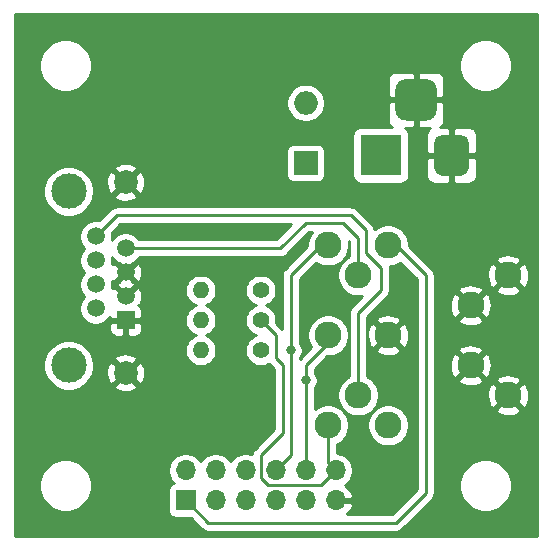
<source format=gtl>
G04 #@! TF.GenerationSoftware,KiCad,Pcbnew,(5.1.8)-1*
G04 #@! TF.CreationDate,2022-12-13T18:59:25+09:00*
G04 #@! TF.ProjectId,DIN8RJ45,44494e38-524a-4343-952e-6b696361645f,rev?*
G04 #@! TF.SameCoordinates,PX9157080PY791ddc0*
G04 #@! TF.FileFunction,Copper,L1,Top*
G04 #@! TF.FilePolarity,Positive*
%FSLAX46Y46*%
G04 Gerber Fmt 4.6, Leading zero omitted, Abs format (unit mm)*
G04 Created by KiCad (PCBNEW (5.1.8)-1) date 2022-12-13 18:59:25*
%MOMM*%
%LPD*%
G01*
G04 APERTURE LIST*
G04 #@! TA.AperFunction,ComponentPad*
%ADD10C,2.000000*%
G04 #@! TD*
G04 #@! TA.AperFunction,ComponentPad*
%ADD11C,1.500000*%
G04 #@! TD*
G04 #@! TA.AperFunction,ComponentPad*
%ADD12R,1.500000X1.500000*%
G04 #@! TD*
G04 #@! TA.AperFunction,WasherPad*
%ADD13C,3.000000*%
G04 #@! TD*
G04 #@! TA.AperFunction,ComponentPad*
%ADD14C,2.283000*%
G04 #@! TD*
G04 #@! TA.AperFunction,ComponentPad*
%ADD15O,1.400000X1.400000*%
G04 #@! TD*
G04 #@! TA.AperFunction,ComponentPad*
%ADD16C,1.400000*%
G04 #@! TD*
G04 #@! TA.AperFunction,ComponentPad*
%ADD17O,2.000000X2.000000*%
G04 #@! TD*
G04 #@! TA.AperFunction,ComponentPad*
%ADD18R,2.000000X2.000000*%
G04 #@! TD*
G04 #@! TA.AperFunction,ComponentPad*
%ADD19O,1.700000X1.700000*%
G04 #@! TD*
G04 #@! TA.AperFunction,ComponentPad*
%ADD20R,1.700000X1.700000*%
G04 #@! TD*
G04 #@! TA.AperFunction,ComponentPad*
%ADD21R,3.500000X3.500000*%
G04 #@! TD*
G04 #@! TA.AperFunction,ViaPad*
%ADD22C,0.800000*%
G04 #@! TD*
G04 #@! TA.AperFunction,Conductor*
%ADD23C,0.250000*%
G04 #@! TD*
G04 #@! TA.AperFunction,Conductor*
%ADD24C,0.254000*%
G04 #@! TD*
G04 #@! TA.AperFunction,Conductor*
%ADD25C,0.100000*%
G04 #@! TD*
G04 APERTURE END LIST*
D10*
X10160000Y30734000D03*
X10160000Y14605000D03*
D11*
X7620000Y26162000D03*
X7620000Y20066000D03*
X10160000Y21082000D03*
X7620000Y22098000D03*
X10160000Y23114000D03*
X7620000Y24130000D03*
X10160000Y25146000D03*
D12*
X10160000Y19050000D03*
D13*
X5334000Y29972000D03*
X5334000Y15240000D03*
D14*
X39370000Y20320000D03*
X39370000Y15240000D03*
X42545000Y22860000D03*
X42545000Y12700000D03*
X27305000Y17780000D03*
X27305000Y10160000D03*
X27305000Y25400000D03*
X29845000Y12700000D03*
X29845000Y22860000D03*
X32385000Y10160000D03*
X32385000Y25400000D03*
X32385000Y17780000D03*
D15*
X16510000Y21590000D03*
D16*
X21590000Y21590000D03*
D15*
X16510000Y19050000D03*
D16*
X21590000Y19050000D03*
D15*
X16510000Y16510000D03*
D16*
X21590000Y16510000D03*
D17*
X25400000Y37465000D03*
D18*
X25400000Y32385000D03*
D19*
X27940000Y6350000D03*
X27940000Y3810000D03*
X25400000Y6350000D03*
X25400000Y3810000D03*
X22860000Y6350000D03*
X22860000Y3810000D03*
X20320000Y6350000D03*
X20320000Y3810000D03*
X17780000Y6350000D03*
X17780000Y3810000D03*
X15240000Y6350000D03*
D20*
X15240000Y3810000D03*
D21*
X31750000Y33020000D03*
G04 #@! TA.AperFunction,ComponentPad*
G36*
G01*
X39250000Y34020000D02*
X39250000Y32020000D01*
G75*
G02*
X38500000Y31270000I-750000J0D01*
G01*
X37000000Y31270000D01*
G75*
G02*
X36250000Y32020000I0J750000D01*
G01*
X36250000Y34020000D01*
G75*
G02*
X37000000Y34770000I750000J0D01*
G01*
X38500000Y34770000D01*
G75*
G02*
X39250000Y34020000I0J-750000D01*
G01*
G37*
G04 #@! TD.AperFunction*
G04 #@! TA.AperFunction,ComponentPad*
G36*
G01*
X36500000Y38595000D02*
X36500000Y36845000D01*
G75*
G02*
X35625000Y35970000I-875000J0D01*
G01*
X33875000Y35970000D01*
G75*
G02*
X33000000Y36845000I0J875000D01*
G01*
X33000000Y38595000D01*
G75*
G02*
X33875000Y39470000I875000J0D01*
G01*
X35625000Y39470000D01*
G75*
G02*
X36500000Y38595000I0J-875000D01*
G01*
G37*
G04 #@! TD.AperFunction*
D22*
X20955000Y26670000D03*
X15240000Y26670000D03*
X24130000Y16510000D03*
X25400000Y13970000D03*
D23*
X27305000Y6985000D02*
X27940000Y6350000D01*
X27305000Y10160000D02*
X27305000Y6985000D01*
X25400000Y15240000D02*
X27940000Y17780000D01*
X25400000Y6350000D02*
X25400000Y13970000D01*
X35560000Y22860000D02*
X33020000Y25400000D01*
X35560000Y4445000D02*
X35560000Y22860000D01*
X33020000Y1905000D02*
X35560000Y4445000D01*
X17145000Y1905000D02*
X33020000Y1905000D01*
X15240000Y3810000D02*
X17145000Y1905000D01*
X29845000Y26035000D02*
X29845000Y22860000D01*
X28575000Y27305000D02*
X29845000Y26035000D01*
X23241000Y25146000D02*
X25400000Y27305000D01*
X25400000Y27305000D02*
X28575000Y27305000D01*
X10160000Y25146000D02*
X23241000Y25146000D01*
X29845000Y12700000D02*
X29845000Y19685000D01*
X29845000Y19685000D02*
X31750000Y21590000D01*
X31750000Y21590000D02*
X31750000Y23495000D01*
X31750000Y23495000D02*
X30480000Y24765000D01*
X30480000Y24765000D02*
X30480000Y26670000D01*
X30480000Y26670000D02*
X29210000Y27940000D01*
X9398000Y27940000D02*
X7620000Y26162000D01*
X29210000Y27940000D02*
X9398000Y27940000D01*
X26670000Y25400000D02*
X27305000Y25400000D01*
X24130000Y22860000D02*
X26670000Y25400000D01*
X24130000Y7620000D02*
X24130000Y16510000D01*
X22860000Y6350000D02*
X24130000Y7620000D01*
X24130000Y16510000D02*
X24130000Y22860000D01*
X22860000Y15875000D02*
X22860000Y17780000D01*
X23495000Y15240000D02*
X22860000Y15875000D01*
X23495000Y9525000D02*
X23495000Y15240000D01*
X22860000Y17780000D02*
X21590000Y19050000D01*
X21590000Y7620000D02*
X23495000Y9525000D01*
X21590000Y5715000D02*
X21590000Y7620000D01*
X22225000Y5080000D02*
X21590000Y5715000D01*
X26670000Y5080000D02*
X22225000Y5080000D01*
X27940000Y6350000D02*
X26670000Y5080000D01*
X25400000Y13970000D02*
X25400000Y15240000D01*
D24*
X44958000Y762000D02*
X762000Y762000D01*
X762000Y5300128D01*
X2845000Y5300128D01*
X2845000Y4859872D01*
X2930890Y4428075D01*
X3099369Y4021331D01*
X3343962Y3655271D01*
X3655271Y3343962D01*
X4021331Y3099369D01*
X4428075Y2930890D01*
X4859872Y2845000D01*
X5300128Y2845000D01*
X5731925Y2930890D01*
X6138669Y3099369D01*
X6504729Y3343962D01*
X6816038Y3655271D01*
X7060631Y4021331D01*
X7229110Y4428075D01*
X7315000Y4859872D01*
X7315000Y5300128D01*
X7229110Y5731925D01*
X7060631Y6138669D01*
X6816038Y6504729D01*
X6504729Y6816038D01*
X6138669Y7060631D01*
X5731925Y7229110D01*
X5300128Y7315000D01*
X4859872Y7315000D01*
X4428075Y7229110D01*
X4021331Y7060631D01*
X3655271Y6816038D01*
X3343962Y6504729D01*
X3099369Y6138669D01*
X2930890Y5731925D01*
X2845000Y5300128D01*
X762000Y5300128D01*
X762000Y15450279D01*
X3199000Y15450279D01*
X3199000Y15029721D01*
X3281047Y14617244D01*
X3441988Y14228698D01*
X3675637Y13879017D01*
X3973017Y13581637D01*
X4322698Y13347988D01*
X4711244Y13187047D01*
X5123721Y13105000D01*
X5544279Y13105000D01*
X5956756Y13187047D01*
X6345302Y13347988D01*
X6527288Y13469587D01*
X9204192Y13469587D01*
X9299956Y13205186D01*
X9589571Y13064296D01*
X9901108Y12982616D01*
X10222595Y12963282D01*
X10541675Y13007039D01*
X10846088Y13112205D01*
X11020044Y13205186D01*
X11115808Y13469587D01*
X10160000Y14425395D01*
X9204192Y13469587D01*
X6527288Y13469587D01*
X6694983Y13581637D01*
X6992363Y13879017D01*
X7226012Y14228698D01*
X7355953Y14542405D01*
X8518282Y14542405D01*
X8562039Y14223325D01*
X8667205Y13918912D01*
X8760186Y13744956D01*
X9024587Y13649192D01*
X9980395Y14605000D01*
X10339605Y14605000D01*
X11295413Y13649192D01*
X11559814Y13744956D01*
X11700704Y14034571D01*
X11782384Y14346108D01*
X11801718Y14667595D01*
X11757961Y14986675D01*
X11652795Y15291088D01*
X11559814Y15465044D01*
X11295413Y15560808D01*
X10339605Y14605000D01*
X9980395Y14605000D01*
X9024587Y15560808D01*
X8760186Y15465044D01*
X8619296Y15175429D01*
X8537616Y14863892D01*
X8518282Y14542405D01*
X7355953Y14542405D01*
X7386953Y14617244D01*
X7469000Y15029721D01*
X7469000Y15450279D01*
X7411289Y15740413D01*
X9204192Y15740413D01*
X10160000Y14784605D01*
X11115808Y15740413D01*
X11020044Y16004814D01*
X10730429Y16145704D01*
X10418892Y16227384D01*
X10097405Y16246718D01*
X9778325Y16202961D01*
X9473912Y16097795D01*
X9299956Y16004814D01*
X9204192Y15740413D01*
X7411289Y15740413D01*
X7386953Y15862756D01*
X7226012Y16251302D01*
X6992363Y16600983D01*
X6694983Y16898363D01*
X6345302Y17132012D01*
X5956756Y17292953D01*
X5544279Y17375000D01*
X5123721Y17375000D01*
X4711244Y17292953D01*
X4322698Y17132012D01*
X3973017Y16898363D01*
X3675637Y16600983D01*
X3441988Y16251302D01*
X3281047Y15862756D01*
X3199000Y15450279D01*
X762000Y15450279D01*
X762000Y18300000D01*
X8771928Y18300000D01*
X8784188Y18175518D01*
X8820498Y18055820D01*
X8879463Y17945506D01*
X8958815Y17848815D01*
X9055506Y17769463D01*
X9165820Y17710498D01*
X9285518Y17674188D01*
X9410000Y17661928D01*
X9874250Y17665000D01*
X10033000Y17823750D01*
X10033000Y18923000D01*
X10287000Y18923000D01*
X10287000Y17823750D01*
X10445750Y17665000D01*
X10910000Y17661928D01*
X11034482Y17674188D01*
X11154180Y17710498D01*
X11264494Y17769463D01*
X11361185Y17848815D01*
X11440537Y17945506D01*
X11499502Y18055820D01*
X11535812Y18175518D01*
X11548072Y18300000D01*
X11545000Y18764250D01*
X11386250Y18923000D01*
X10287000Y18923000D01*
X10033000Y18923000D01*
X8933750Y18923000D01*
X8775000Y18764250D01*
X8771928Y18300000D01*
X762000Y18300000D01*
X762000Y26298411D01*
X6235000Y26298411D01*
X6235000Y26025589D01*
X6288225Y25758011D01*
X6392629Y25505957D01*
X6544201Y25279114D01*
X6677315Y25146000D01*
X6544201Y25012886D01*
X6392629Y24786043D01*
X6288225Y24533989D01*
X6235000Y24266411D01*
X6235000Y23993589D01*
X6288225Y23726011D01*
X6392629Y23473957D01*
X6544201Y23247114D01*
X6677315Y23114000D01*
X6544201Y22980886D01*
X6392629Y22754043D01*
X6288225Y22501989D01*
X6235000Y22234411D01*
X6235000Y21961589D01*
X6288225Y21694011D01*
X6392629Y21441957D01*
X6544201Y21215114D01*
X6677315Y21082000D01*
X6544201Y20948886D01*
X6392629Y20722043D01*
X6288225Y20469989D01*
X6235000Y20202411D01*
X6235000Y19929589D01*
X6288225Y19662011D01*
X6392629Y19409957D01*
X6544201Y19183114D01*
X6737114Y18990201D01*
X6963957Y18838629D01*
X7216011Y18734225D01*
X7483589Y18681000D01*
X7756411Y18681000D01*
X8023989Y18734225D01*
X8276043Y18838629D01*
X8502886Y18990201D01*
X8695799Y19183114D01*
X8788660Y19322090D01*
X8933750Y19177000D01*
X10033000Y19177000D01*
X10033000Y19197000D01*
X10287000Y19197000D01*
X10287000Y19177000D01*
X11386250Y19177000D01*
X11545000Y19335750D01*
X11548072Y19800000D01*
X11535812Y19924482D01*
X11499502Y20044180D01*
X11440537Y20154494D01*
X11361185Y20251185D01*
X11264494Y20330537D01*
X11246521Y20340144D01*
X11355860Y20370137D01*
X11471760Y20617116D01*
X11537250Y20881960D01*
X11549812Y21154492D01*
X11508965Y21424238D01*
X11416277Y21680832D01*
X11394547Y21721486D01*
X15175000Y21721486D01*
X15175000Y21458514D01*
X15226304Y21200595D01*
X15326939Y20957641D01*
X15473038Y20738987D01*
X15658987Y20553038D01*
X15877641Y20406939D01*
X16087530Y20320000D01*
X15877641Y20233061D01*
X15658987Y20086962D01*
X15473038Y19901013D01*
X15326939Y19682359D01*
X15226304Y19439405D01*
X15175000Y19181486D01*
X15175000Y18918514D01*
X15226304Y18660595D01*
X15326939Y18417641D01*
X15473038Y18198987D01*
X15658987Y18013038D01*
X15877641Y17866939D01*
X16087530Y17780000D01*
X15877641Y17693061D01*
X15658987Y17546962D01*
X15473038Y17361013D01*
X15326939Y17142359D01*
X15226304Y16899405D01*
X15175000Y16641486D01*
X15175000Y16378514D01*
X15226304Y16120595D01*
X15326939Y15877641D01*
X15473038Y15658987D01*
X15658987Y15473038D01*
X15877641Y15326939D01*
X16120595Y15226304D01*
X16378514Y15175000D01*
X16641486Y15175000D01*
X16899405Y15226304D01*
X17142359Y15326939D01*
X17361013Y15473038D01*
X17546962Y15658987D01*
X17693061Y15877641D01*
X17793696Y16120595D01*
X17845000Y16378514D01*
X17845000Y16641486D01*
X17793696Y16899405D01*
X17693061Y17142359D01*
X17546962Y17361013D01*
X17361013Y17546962D01*
X17142359Y17693061D01*
X16932470Y17780000D01*
X17142359Y17866939D01*
X17361013Y18013038D01*
X17546962Y18198987D01*
X17693061Y18417641D01*
X17793696Y18660595D01*
X17845000Y18918514D01*
X17845000Y19181486D01*
X17793696Y19439405D01*
X17693061Y19682359D01*
X17546962Y19901013D01*
X17361013Y20086962D01*
X17142359Y20233061D01*
X16932470Y20320000D01*
X17142359Y20406939D01*
X17361013Y20553038D01*
X17546962Y20738987D01*
X17693061Y20957641D01*
X17793696Y21200595D01*
X17845000Y21458514D01*
X17845000Y21721486D01*
X17793696Y21979405D01*
X17693061Y22222359D01*
X17546962Y22441013D01*
X17361013Y22626962D01*
X17142359Y22773061D01*
X16899405Y22873696D01*
X16641486Y22925000D01*
X16378514Y22925000D01*
X16120595Y22873696D01*
X15877641Y22773061D01*
X15658987Y22626962D01*
X15473038Y22441013D01*
X15326939Y22222359D01*
X15226304Y21979405D01*
X15175000Y21721486D01*
X11394547Y21721486D01*
X11355860Y21793863D01*
X11116993Y21859388D01*
X10339605Y21082000D01*
X10353748Y21067857D01*
X10174143Y20888252D01*
X10160000Y20902395D01*
X10145858Y20888252D01*
X9966253Y21067857D01*
X9980395Y21082000D01*
X9203007Y21859388D01*
X8972070Y21796038D01*
X9005000Y21961589D01*
X9005000Y22157007D01*
X9382612Y22157007D01*
X9398799Y22098000D01*
X9382612Y22038993D01*
X9427222Y21994383D01*
X9448137Y21918140D01*
X9552386Y21869219D01*
X10160000Y21261605D01*
X10754583Y21856188D01*
X10758832Y21857723D01*
X10871863Y21918140D01*
X10892778Y21994383D01*
X10937388Y22038993D01*
X10921201Y22098000D01*
X10937388Y22157007D01*
X10892778Y22201617D01*
X10871863Y22277860D01*
X10767614Y22326781D01*
X10160000Y22934395D01*
X9565417Y22339812D01*
X9561168Y22338277D01*
X9448137Y22277860D01*
X9427222Y22201617D01*
X9382612Y22157007D01*
X9005000Y22157007D01*
X9005000Y22234411D01*
X8972070Y22399962D01*
X9203007Y22336612D01*
X9980395Y23114000D01*
X10339605Y23114000D01*
X11116993Y22336612D01*
X11355860Y22402137D01*
X11471760Y22649116D01*
X11537250Y22913960D01*
X11549812Y23186492D01*
X11508965Y23456238D01*
X11416277Y23712832D01*
X11355860Y23825863D01*
X11116993Y23891388D01*
X10339605Y23114000D01*
X9980395Y23114000D01*
X9203007Y23891388D01*
X8972070Y23828038D01*
X9005000Y23993589D01*
X9005000Y24266411D01*
X8972362Y24430493D01*
X9084201Y24263114D01*
X9277114Y24070201D01*
X9503957Y23918629D01*
X9556910Y23896695D01*
X10160000Y23293605D01*
X10763090Y23896695D01*
X10816043Y23918629D01*
X11042886Y24070201D01*
X11235799Y24263114D01*
X11317909Y24386000D01*
X23203678Y24386000D01*
X23241000Y24382324D01*
X23278322Y24386000D01*
X23278333Y24386000D01*
X23389986Y24396997D01*
X23533247Y24440454D01*
X23665276Y24511026D01*
X23781001Y24605999D01*
X23804804Y24635003D01*
X25714802Y26545000D01*
X25937649Y26545000D01*
X25925102Y26532453D01*
X25730686Y26241488D01*
X25596770Y25918186D01*
X25528500Y25574970D01*
X25528500Y25333303D01*
X23618998Y23423799D01*
X23590000Y23400001D01*
X23566203Y23371004D01*
X23566201Y23371002D01*
X23495026Y23284276D01*
X23424454Y23152246D01*
X23412853Y23114000D01*
X23380999Y23008987D01*
X23380998Y23008985D01*
X23366324Y22860000D01*
X23370001Y22822668D01*
X23370000Y18344802D01*
X22903645Y18811157D01*
X22925000Y18918514D01*
X22925000Y19181486D01*
X22873696Y19439405D01*
X22773061Y19682359D01*
X22626962Y19901013D01*
X22441013Y20086962D01*
X22222359Y20233061D01*
X22012470Y20320000D01*
X22222359Y20406939D01*
X22441013Y20553038D01*
X22626962Y20738987D01*
X22773061Y20957641D01*
X22873696Y21200595D01*
X22925000Y21458514D01*
X22925000Y21721486D01*
X22873696Y21979405D01*
X22773061Y22222359D01*
X22626962Y22441013D01*
X22441013Y22626962D01*
X22222359Y22773061D01*
X21979405Y22873696D01*
X21721486Y22925000D01*
X21458514Y22925000D01*
X21200595Y22873696D01*
X20957641Y22773061D01*
X20738987Y22626962D01*
X20553038Y22441013D01*
X20406939Y22222359D01*
X20306304Y21979405D01*
X20255000Y21721486D01*
X20255000Y21458514D01*
X20306304Y21200595D01*
X20406939Y20957641D01*
X20553038Y20738987D01*
X20738987Y20553038D01*
X20957641Y20406939D01*
X21167530Y20320000D01*
X20957641Y20233061D01*
X20738987Y20086962D01*
X20553038Y19901013D01*
X20406939Y19682359D01*
X20306304Y19439405D01*
X20255000Y19181486D01*
X20255000Y18918514D01*
X20306304Y18660595D01*
X20406939Y18417641D01*
X20553038Y18198987D01*
X20738987Y18013038D01*
X20957641Y17866939D01*
X21167530Y17780000D01*
X20957641Y17693061D01*
X20738987Y17546962D01*
X20553038Y17361013D01*
X20406939Y17142359D01*
X20306304Y16899405D01*
X20255000Y16641486D01*
X20255000Y16378514D01*
X20306304Y16120595D01*
X20406939Y15877641D01*
X20553038Y15658987D01*
X20738987Y15473038D01*
X20957641Y15326939D01*
X21200595Y15226304D01*
X21458514Y15175000D01*
X21721486Y15175000D01*
X21979405Y15226304D01*
X22222359Y15326939D01*
X22289692Y15371929D01*
X22319999Y15334999D01*
X22349002Y15311197D01*
X22735001Y14925197D01*
X22735000Y9839802D01*
X21078998Y8183799D01*
X21050000Y8160001D01*
X21026202Y8131003D01*
X21026201Y8131002D01*
X20955026Y8044276D01*
X20884454Y7912246D01*
X20840998Y7768985D01*
X20838402Y7742623D01*
X20753158Y7777932D01*
X20466260Y7835000D01*
X20173740Y7835000D01*
X19886842Y7777932D01*
X19616589Y7665990D01*
X19373368Y7503475D01*
X19166525Y7296632D01*
X19050000Y7122240D01*
X18933475Y7296632D01*
X18726632Y7503475D01*
X18483411Y7665990D01*
X18213158Y7777932D01*
X17926260Y7835000D01*
X17633740Y7835000D01*
X17346842Y7777932D01*
X17076589Y7665990D01*
X16833368Y7503475D01*
X16626525Y7296632D01*
X16510000Y7122240D01*
X16393475Y7296632D01*
X16186632Y7503475D01*
X15943411Y7665990D01*
X15673158Y7777932D01*
X15386260Y7835000D01*
X15093740Y7835000D01*
X14806842Y7777932D01*
X14536589Y7665990D01*
X14293368Y7503475D01*
X14086525Y7296632D01*
X13924010Y7053411D01*
X13812068Y6783158D01*
X13755000Y6496260D01*
X13755000Y6203740D01*
X13812068Y5916842D01*
X13924010Y5646589D01*
X14086525Y5403368D01*
X14218380Y5271513D01*
X14145820Y5249502D01*
X14035506Y5190537D01*
X13938815Y5111185D01*
X13859463Y5014494D01*
X13800498Y4904180D01*
X13764188Y4784482D01*
X13751928Y4660000D01*
X13751928Y2960000D01*
X13764188Y2835518D01*
X13800498Y2715820D01*
X13859463Y2605506D01*
X13938815Y2508815D01*
X14035506Y2429463D01*
X14145820Y2370498D01*
X14265518Y2334188D01*
X14390000Y2321928D01*
X15653271Y2321928D01*
X16581201Y1393997D01*
X16604999Y1364999D01*
X16720724Y1270026D01*
X16852753Y1199454D01*
X16996014Y1155997D01*
X17107667Y1145000D01*
X17107677Y1145000D01*
X17145000Y1141324D01*
X17182323Y1145000D01*
X32982678Y1145000D01*
X33020000Y1141324D01*
X33057322Y1145000D01*
X33057333Y1145000D01*
X33168986Y1155997D01*
X33312247Y1199454D01*
X33444276Y1270026D01*
X33560001Y1364999D01*
X33583804Y1394003D01*
X36071009Y3881206D01*
X36100001Y3904999D01*
X36123795Y3933992D01*
X36123799Y3933996D01*
X36194973Y4020723D01*
X36194974Y4020724D01*
X36265546Y4152753D01*
X36309003Y4296014D01*
X36320000Y4407667D01*
X36320000Y4407676D01*
X36323676Y4444999D01*
X36320000Y4482322D01*
X36320000Y5300128D01*
X38405000Y5300128D01*
X38405000Y4859872D01*
X38490890Y4428075D01*
X38659369Y4021331D01*
X38903962Y3655271D01*
X39215271Y3343962D01*
X39581331Y3099369D01*
X39988075Y2930890D01*
X40419872Y2845000D01*
X40860128Y2845000D01*
X41291925Y2930890D01*
X41698669Y3099369D01*
X42064729Y3343962D01*
X42376038Y3655271D01*
X42620631Y4021331D01*
X42789110Y4428075D01*
X42875000Y4859872D01*
X42875000Y5300128D01*
X42789110Y5731925D01*
X42620631Y6138669D01*
X42376038Y6504729D01*
X42064729Y6816038D01*
X41698669Y7060631D01*
X41291925Y7229110D01*
X40860128Y7315000D01*
X40419872Y7315000D01*
X39988075Y7229110D01*
X39581331Y7060631D01*
X39215271Y6816038D01*
X38903962Y6504729D01*
X38659369Y6138669D01*
X38490890Y5731925D01*
X38405000Y5300128D01*
X36320000Y5300128D01*
X36320000Y11463709D01*
X41488314Y11463709D01*
X41601150Y11184838D01*
X41914880Y11029815D01*
X42252825Y10938977D01*
X42601998Y10915815D01*
X42948980Y10961217D01*
X43280437Y11073440D01*
X43488850Y11184838D01*
X43601686Y11463709D01*
X42545000Y12520395D01*
X41488314Y11463709D01*
X36320000Y11463709D01*
X36320000Y12643002D01*
X40760815Y12643002D01*
X40806217Y12296020D01*
X40918440Y11964563D01*
X41029838Y11756150D01*
X41308709Y11643314D01*
X42365395Y12700000D01*
X42724605Y12700000D01*
X43781291Y11643314D01*
X44060162Y11756150D01*
X44215185Y12069880D01*
X44306023Y12407825D01*
X44329185Y12756998D01*
X44283783Y13103980D01*
X44171560Y13435437D01*
X44060162Y13643850D01*
X43781291Y13756686D01*
X42724605Y12700000D01*
X42365395Y12700000D01*
X41308709Y13756686D01*
X41029838Y13643850D01*
X40874815Y13330120D01*
X40783977Y12992175D01*
X40760815Y12643002D01*
X36320000Y12643002D01*
X36320000Y14003709D01*
X38313314Y14003709D01*
X38426150Y13724838D01*
X38739880Y13569815D01*
X39077825Y13478977D01*
X39426998Y13455815D01*
X39773980Y13501217D01*
X40105437Y13613440D01*
X40313850Y13724838D01*
X40399407Y13936291D01*
X41488314Y13936291D01*
X42545000Y12879605D01*
X43601686Y13936291D01*
X43488850Y14215162D01*
X43175120Y14370185D01*
X42837175Y14461023D01*
X42488002Y14484185D01*
X42141020Y14438783D01*
X41809563Y14326560D01*
X41601150Y14215162D01*
X41488314Y13936291D01*
X40399407Y13936291D01*
X40426686Y14003709D01*
X39370000Y15060395D01*
X38313314Y14003709D01*
X36320000Y14003709D01*
X36320000Y15183002D01*
X37585815Y15183002D01*
X37631217Y14836020D01*
X37743440Y14504563D01*
X37854838Y14296150D01*
X38133709Y14183314D01*
X39190395Y15240000D01*
X39549605Y15240000D01*
X40606291Y14183314D01*
X40885162Y14296150D01*
X41040185Y14609880D01*
X41131023Y14947825D01*
X41154185Y15296998D01*
X41108783Y15643980D01*
X40996560Y15975437D01*
X40885162Y16183850D01*
X40606291Y16296686D01*
X39549605Y15240000D01*
X39190395Y15240000D01*
X38133709Y16296686D01*
X37854838Y16183850D01*
X37699815Y15870120D01*
X37608977Y15532175D01*
X37585815Y15183002D01*
X36320000Y15183002D01*
X36320000Y16476291D01*
X38313314Y16476291D01*
X39370000Y15419605D01*
X40426686Y16476291D01*
X40313850Y16755162D01*
X40000120Y16910185D01*
X39662175Y17001023D01*
X39313002Y17024185D01*
X38966020Y16978783D01*
X38634563Y16866560D01*
X38426150Y16755162D01*
X38313314Y16476291D01*
X36320000Y16476291D01*
X36320000Y19083709D01*
X38313314Y19083709D01*
X38426150Y18804838D01*
X38739880Y18649815D01*
X39077825Y18558977D01*
X39426998Y18535815D01*
X39773980Y18581217D01*
X40105437Y18693440D01*
X40313850Y18804838D01*
X40426686Y19083709D01*
X39370000Y20140395D01*
X38313314Y19083709D01*
X36320000Y19083709D01*
X36320000Y20263002D01*
X37585815Y20263002D01*
X37631217Y19916020D01*
X37743440Y19584563D01*
X37854838Y19376150D01*
X38133709Y19263314D01*
X39190395Y20320000D01*
X39549605Y20320000D01*
X40606291Y19263314D01*
X40885162Y19376150D01*
X41040185Y19689880D01*
X41131023Y20027825D01*
X41154185Y20376998D01*
X41108783Y20723980D01*
X40996560Y21055437D01*
X40885162Y21263850D01*
X40606291Y21376686D01*
X39549605Y20320000D01*
X39190395Y20320000D01*
X38133709Y21376686D01*
X37854838Y21263850D01*
X37699815Y20950120D01*
X37608977Y20612175D01*
X37585815Y20263002D01*
X36320000Y20263002D01*
X36320000Y21556291D01*
X38313314Y21556291D01*
X39370000Y20499605D01*
X40426686Y21556291D01*
X40399408Y21623709D01*
X41488314Y21623709D01*
X41601150Y21344838D01*
X41914880Y21189815D01*
X42252825Y21098977D01*
X42601998Y21075815D01*
X42948980Y21121217D01*
X43280437Y21233440D01*
X43488850Y21344838D01*
X43601686Y21623709D01*
X42545000Y22680395D01*
X41488314Y21623709D01*
X40399408Y21623709D01*
X40313850Y21835162D01*
X40000120Y21990185D01*
X39662175Y22081023D01*
X39313002Y22104185D01*
X38966020Y22058783D01*
X38634563Y21946560D01*
X38426150Y21835162D01*
X38313314Y21556291D01*
X36320000Y21556291D01*
X36320000Y22803002D01*
X40760815Y22803002D01*
X40806217Y22456020D01*
X40918440Y22124563D01*
X41029838Y21916150D01*
X41308709Y21803314D01*
X42365395Y22860000D01*
X42724605Y22860000D01*
X43781291Y21803314D01*
X44060162Y21916150D01*
X44215185Y22229880D01*
X44306023Y22567825D01*
X44329185Y22916998D01*
X44283783Y23263980D01*
X44171560Y23595437D01*
X44060162Y23803850D01*
X43781291Y23916686D01*
X42724605Y22860000D01*
X42365395Y22860000D01*
X41308709Y23916686D01*
X41029838Y23803850D01*
X40874815Y23490120D01*
X40783977Y23152175D01*
X40760815Y22803002D01*
X36320000Y22803002D01*
X36320000Y22822678D01*
X36323676Y22860001D01*
X36320000Y22897324D01*
X36320000Y22897333D01*
X36309003Y23008986D01*
X36265546Y23152247D01*
X36194974Y23284276D01*
X36170547Y23314040D01*
X36123799Y23371004D01*
X36123795Y23371008D01*
X36100001Y23400001D01*
X36071008Y23423795D01*
X35398512Y24096291D01*
X41488314Y24096291D01*
X42545000Y23039605D01*
X43601686Y24096291D01*
X43488850Y24375162D01*
X43175120Y24530185D01*
X42837175Y24621023D01*
X42488002Y24644185D01*
X42141020Y24598783D01*
X41809563Y24486560D01*
X41601150Y24375162D01*
X41488314Y24096291D01*
X35398512Y24096291D01*
X34161500Y25333301D01*
X34161500Y25574970D01*
X34093230Y25918186D01*
X33959314Y26241488D01*
X33764898Y26532453D01*
X33517453Y26779898D01*
X33226488Y26974314D01*
X32903186Y27108230D01*
X32559970Y27176500D01*
X32210030Y27176500D01*
X31866814Y27108230D01*
X31543512Y26974314D01*
X31252547Y26779898D01*
X31234619Y26761970D01*
X31229003Y26818986D01*
X31185546Y26962247D01*
X31114974Y27094276D01*
X31020001Y27210001D01*
X30991003Y27233799D01*
X29773804Y28450997D01*
X29750001Y28480001D01*
X29634276Y28574974D01*
X29502247Y28645546D01*
X29358986Y28689003D01*
X29247333Y28700000D01*
X29247322Y28700000D01*
X29210000Y28703676D01*
X29172678Y28700000D01*
X9435325Y28700000D01*
X9398000Y28703676D01*
X9360675Y28700000D01*
X9360667Y28700000D01*
X9249014Y28689003D01*
X9105753Y28645546D01*
X8973724Y28574974D01*
X8857999Y28480001D01*
X8834201Y28451003D01*
X7901365Y27518167D01*
X7756411Y27547000D01*
X7483589Y27547000D01*
X7216011Y27493775D01*
X6963957Y27389371D01*
X6737114Y27237799D01*
X6544201Y27044886D01*
X6392629Y26818043D01*
X6288225Y26565989D01*
X6235000Y26298411D01*
X762000Y26298411D01*
X762000Y30182279D01*
X3199000Y30182279D01*
X3199000Y29761721D01*
X3281047Y29349244D01*
X3441988Y28960698D01*
X3675637Y28611017D01*
X3973017Y28313637D01*
X4322698Y28079988D01*
X4711244Y27919047D01*
X5123721Y27837000D01*
X5544279Y27837000D01*
X5956756Y27919047D01*
X6345302Y28079988D01*
X6694983Y28313637D01*
X6992363Y28611017D01*
X7226012Y28960698D01*
X7386953Y29349244D01*
X7436550Y29598587D01*
X9204192Y29598587D01*
X9299956Y29334186D01*
X9589571Y29193296D01*
X9901108Y29111616D01*
X10222595Y29092282D01*
X10541675Y29136039D01*
X10846088Y29241205D01*
X11020044Y29334186D01*
X11115808Y29598587D01*
X10160000Y30554395D01*
X9204192Y29598587D01*
X7436550Y29598587D01*
X7469000Y29761721D01*
X7469000Y30182279D01*
X7386953Y30594756D01*
X7355204Y30671405D01*
X8518282Y30671405D01*
X8562039Y30352325D01*
X8667205Y30047912D01*
X8760186Y29873956D01*
X9024587Y29778192D01*
X9980395Y30734000D01*
X10339605Y30734000D01*
X11295413Y29778192D01*
X11559814Y29873956D01*
X11700704Y30163571D01*
X11782384Y30475108D01*
X11801718Y30796595D01*
X11757961Y31115675D01*
X11652795Y31420088D01*
X11559814Y31594044D01*
X11295413Y31689808D01*
X10339605Y30734000D01*
X9980395Y30734000D01*
X9024587Y31689808D01*
X8760186Y31594044D01*
X8619296Y31304429D01*
X8537616Y30992892D01*
X8518282Y30671405D01*
X7355204Y30671405D01*
X7226012Y30983302D01*
X6992363Y31332983D01*
X6694983Y31630363D01*
X6345302Y31864012D01*
X6332263Y31869413D01*
X9204192Y31869413D01*
X10160000Y30913605D01*
X11115808Y31869413D01*
X11020044Y32133814D01*
X10730429Y32274704D01*
X10418892Y32356384D01*
X10097405Y32375718D01*
X9778325Y32331961D01*
X9473912Y32226795D01*
X9299956Y32133814D01*
X9204192Y31869413D01*
X6332263Y31869413D01*
X5956756Y32024953D01*
X5544279Y32107000D01*
X5123721Y32107000D01*
X4711244Y32024953D01*
X4322698Y31864012D01*
X3973017Y31630363D01*
X3675637Y31332983D01*
X3441988Y30983302D01*
X3281047Y30594756D01*
X3199000Y30182279D01*
X762000Y30182279D01*
X762000Y33385000D01*
X23761928Y33385000D01*
X23761928Y31385000D01*
X23774188Y31260518D01*
X23810498Y31140820D01*
X23869463Y31030506D01*
X23948815Y30933815D01*
X24045506Y30854463D01*
X24155820Y30795498D01*
X24275518Y30759188D01*
X24400000Y30746928D01*
X26400000Y30746928D01*
X26524482Y30759188D01*
X26644180Y30795498D01*
X26754494Y30854463D01*
X26851185Y30933815D01*
X26930537Y31030506D01*
X26989502Y31140820D01*
X27025812Y31260518D01*
X27038072Y31385000D01*
X27038072Y33385000D01*
X27025812Y33509482D01*
X26989502Y33629180D01*
X26930537Y33739494D01*
X26851185Y33836185D01*
X26754494Y33915537D01*
X26644180Y33974502D01*
X26524482Y34010812D01*
X26400000Y34023072D01*
X24400000Y34023072D01*
X24275518Y34010812D01*
X24155820Y33974502D01*
X24045506Y33915537D01*
X23948815Y33836185D01*
X23869463Y33739494D01*
X23810498Y33629180D01*
X23774188Y33509482D01*
X23761928Y33385000D01*
X762000Y33385000D01*
X762000Y34770000D01*
X29361928Y34770000D01*
X29361928Y31270000D01*
X29374188Y31145518D01*
X29410498Y31025820D01*
X29469463Y30915506D01*
X29548815Y30818815D01*
X29645506Y30739463D01*
X29755820Y30680498D01*
X29875518Y30644188D01*
X30000000Y30631928D01*
X33500000Y30631928D01*
X33624482Y30644188D01*
X33744180Y30680498D01*
X33854494Y30739463D01*
X33951185Y30818815D01*
X34030537Y30915506D01*
X34089502Y31025820D01*
X34125812Y31145518D01*
X34138072Y31270000D01*
X35611928Y31270000D01*
X35624188Y31145518D01*
X35660498Y31025820D01*
X35719463Y30915506D01*
X35798815Y30818815D01*
X35895506Y30739463D01*
X36005820Y30680498D01*
X36125518Y30644188D01*
X36250000Y30631928D01*
X37464250Y30635000D01*
X37623000Y30793750D01*
X37623000Y32893000D01*
X37877000Y32893000D01*
X37877000Y30793750D01*
X38035750Y30635000D01*
X39250000Y30631928D01*
X39374482Y30644188D01*
X39494180Y30680498D01*
X39604494Y30739463D01*
X39701185Y30818815D01*
X39780537Y30915506D01*
X39839502Y31025820D01*
X39875812Y31145518D01*
X39888072Y31270000D01*
X39885000Y32734250D01*
X39726250Y32893000D01*
X37877000Y32893000D01*
X37623000Y32893000D01*
X35773750Y32893000D01*
X35615000Y32734250D01*
X35611928Y31270000D01*
X34138072Y31270000D01*
X34138072Y34770000D01*
X34125812Y34894482D01*
X34089502Y35014180D01*
X34030537Y35124494D01*
X33951185Y35221185D01*
X33854494Y35300537D01*
X33792655Y35333591D01*
X34464250Y35335000D01*
X34623000Y35493750D01*
X34623000Y37593000D01*
X34877000Y37593000D01*
X34877000Y35493750D01*
X35035750Y35335000D01*
X35956367Y35333069D01*
X35895506Y35300537D01*
X35798815Y35221185D01*
X35719463Y35124494D01*
X35660498Y35014180D01*
X35624188Y34894482D01*
X35611928Y34770000D01*
X35615000Y33305750D01*
X35773750Y33147000D01*
X37623000Y33147000D01*
X37623000Y35246250D01*
X37877000Y35246250D01*
X37877000Y33147000D01*
X39726250Y33147000D01*
X39885000Y33305750D01*
X39888072Y34770000D01*
X39875812Y34894482D01*
X39839502Y35014180D01*
X39780537Y35124494D01*
X39701185Y35221185D01*
X39604494Y35300537D01*
X39494180Y35359502D01*
X39374482Y35395812D01*
X39250000Y35408072D01*
X38035750Y35405000D01*
X37877000Y35246250D01*
X37623000Y35246250D01*
X37464250Y35405000D01*
X36793195Y35406698D01*
X36854494Y35439463D01*
X36951185Y35518815D01*
X37030537Y35615506D01*
X37089502Y35725820D01*
X37125812Y35845518D01*
X37138072Y35970000D01*
X37135000Y37434250D01*
X36976250Y37593000D01*
X34877000Y37593000D01*
X34623000Y37593000D01*
X32523750Y37593000D01*
X32365000Y37434250D01*
X32361928Y35970000D01*
X32374188Y35845518D01*
X32410498Y35725820D01*
X32469463Y35615506D01*
X32548815Y35518815D01*
X32645506Y35439463D01*
X32704233Y35408072D01*
X30000000Y35408072D01*
X29875518Y35395812D01*
X29755820Y35359502D01*
X29645506Y35300537D01*
X29548815Y35221185D01*
X29469463Y35124494D01*
X29410498Y35014180D01*
X29374188Y34894482D01*
X29361928Y34770000D01*
X762000Y34770000D01*
X762000Y37626033D01*
X23765000Y37626033D01*
X23765000Y37303967D01*
X23827832Y36988088D01*
X23951082Y36690537D01*
X24130013Y36422748D01*
X24357748Y36195013D01*
X24625537Y36016082D01*
X24923088Y35892832D01*
X25238967Y35830000D01*
X25561033Y35830000D01*
X25876912Y35892832D01*
X26174463Y36016082D01*
X26442252Y36195013D01*
X26669987Y36422748D01*
X26848918Y36690537D01*
X26972168Y36988088D01*
X27035000Y37303967D01*
X27035000Y37626033D01*
X26972168Y37941912D01*
X26848918Y38239463D01*
X26669987Y38507252D01*
X26442252Y38734987D01*
X26174463Y38913918D01*
X25876912Y39037168D01*
X25561033Y39100000D01*
X25238967Y39100000D01*
X24923088Y39037168D01*
X24625537Y38913918D01*
X24357748Y38734987D01*
X24130013Y38507252D01*
X23951082Y38239463D01*
X23827832Y37941912D01*
X23765000Y37626033D01*
X762000Y37626033D01*
X762000Y40860128D01*
X2845000Y40860128D01*
X2845000Y40419872D01*
X2930890Y39988075D01*
X3099369Y39581331D01*
X3343962Y39215271D01*
X3655271Y38903962D01*
X4021331Y38659369D01*
X4428075Y38490890D01*
X4859872Y38405000D01*
X5300128Y38405000D01*
X5731925Y38490890D01*
X6138669Y38659369D01*
X6504729Y38903962D01*
X6816038Y39215271D01*
X6986242Y39470000D01*
X32361928Y39470000D01*
X32365000Y38005750D01*
X32523750Y37847000D01*
X34623000Y37847000D01*
X34623000Y39946250D01*
X34877000Y39946250D01*
X34877000Y37847000D01*
X36976250Y37847000D01*
X37135000Y38005750D01*
X37138072Y39470000D01*
X37125812Y39594482D01*
X37089502Y39714180D01*
X37030537Y39824494D01*
X36951185Y39921185D01*
X36854494Y40000537D01*
X36744180Y40059502D01*
X36624482Y40095812D01*
X36500000Y40108072D01*
X35035750Y40105000D01*
X34877000Y39946250D01*
X34623000Y39946250D01*
X34464250Y40105000D01*
X33000000Y40108072D01*
X32875518Y40095812D01*
X32755820Y40059502D01*
X32645506Y40000537D01*
X32548815Y39921185D01*
X32469463Y39824494D01*
X32410498Y39714180D01*
X32374188Y39594482D01*
X32361928Y39470000D01*
X6986242Y39470000D01*
X7060631Y39581331D01*
X7229110Y39988075D01*
X7315000Y40419872D01*
X7315000Y40860128D01*
X38405000Y40860128D01*
X38405000Y40419872D01*
X38490890Y39988075D01*
X38659369Y39581331D01*
X38903962Y39215271D01*
X39215271Y38903962D01*
X39581331Y38659369D01*
X39988075Y38490890D01*
X40419872Y38405000D01*
X40860128Y38405000D01*
X41291925Y38490890D01*
X41698669Y38659369D01*
X42064729Y38903962D01*
X42376038Y39215271D01*
X42620631Y39581331D01*
X42789110Y39988075D01*
X42875000Y40419872D01*
X42875000Y40860128D01*
X42789110Y41291925D01*
X42620631Y41698669D01*
X42376038Y42064729D01*
X42064729Y42376038D01*
X41698669Y42620631D01*
X41291925Y42789110D01*
X40860128Y42875000D01*
X40419872Y42875000D01*
X39988075Y42789110D01*
X39581331Y42620631D01*
X39215271Y42376038D01*
X38903962Y42064729D01*
X38659369Y41698669D01*
X38490890Y41291925D01*
X38405000Y40860128D01*
X7315000Y40860128D01*
X7229110Y41291925D01*
X7060631Y41698669D01*
X6816038Y42064729D01*
X6504729Y42376038D01*
X6138669Y42620631D01*
X5731925Y42789110D01*
X5300128Y42875000D01*
X4859872Y42875000D01*
X4428075Y42789110D01*
X4021331Y42620631D01*
X3655271Y42376038D01*
X3343962Y42064729D01*
X3099369Y41698669D01*
X2930890Y41291925D01*
X2845000Y40860128D01*
X762000Y40860128D01*
X762000Y44958000D01*
X44958000Y44958000D01*
X44958000Y762000D01*
G04 #@! TA.AperFunction,Conductor*
D25*
G36*
X44958000Y762000D02*
G01*
X762000Y762000D01*
X762000Y5300128D01*
X2845000Y5300128D01*
X2845000Y4859872D01*
X2930890Y4428075D01*
X3099369Y4021331D01*
X3343962Y3655271D01*
X3655271Y3343962D01*
X4021331Y3099369D01*
X4428075Y2930890D01*
X4859872Y2845000D01*
X5300128Y2845000D01*
X5731925Y2930890D01*
X6138669Y3099369D01*
X6504729Y3343962D01*
X6816038Y3655271D01*
X7060631Y4021331D01*
X7229110Y4428075D01*
X7315000Y4859872D01*
X7315000Y5300128D01*
X7229110Y5731925D01*
X7060631Y6138669D01*
X6816038Y6504729D01*
X6504729Y6816038D01*
X6138669Y7060631D01*
X5731925Y7229110D01*
X5300128Y7315000D01*
X4859872Y7315000D01*
X4428075Y7229110D01*
X4021331Y7060631D01*
X3655271Y6816038D01*
X3343962Y6504729D01*
X3099369Y6138669D01*
X2930890Y5731925D01*
X2845000Y5300128D01*
X762000Y5300128D01*
X762000Y15450279D01*
X3199000Y15450279D01*
X3199000Y15029721D01*
X3281047Y14617244D01*
X3441988Y14228698D01*
X3675637Y13879017D01*
X3973017Y13581637D01*
X4322698Y13347988D01*
X4711244Y13187047D01*
X5123721Y13105000D01*
X5544279Y13105000D01*
X5956756Y13187047D01*
X6345302Y13347988D01*
X6527288Y13469587D01*
X9204192Y13469587D01*
X9299956Y13205186D01*
X9589571Y13064296D01*
X9901108Y12982616D01*
X10222595Y12963282D01*
X10541675Y13007039D01*
X10846088Y13112205D01*
X11020044Y13205186D01*
X11115808Y13469587D01*
X10160000Y14425395D01*
X9204192Y13469587D01*
X6527288Y13469587D01*
X6694983Y13581637D01*
X6992363Y13879017D01*
X7226012Y14228698D01*
X7355953Y14542405D01*
X8518282Y14542405D01*
X8562039Y14223325D01*
X8667205Y13918912D01*
X8760186Y13744956D01*
X9024587Y13649192D01*
X9980395Y14605000D01*
X10339605Y14605000D01*
X11295413Y13649192D01*
X11559814Y13744956D01*
X11700704Y14034571D01*
X11782384Y14346108D01*
X11801718Y14667595D01*
X11757961Y14986675D01*
X11652795Y15291088D01*
X11559814Y15465044D01*
X11295413Y15560808D01*
X10339605Y14605000D01*
X9980395Y14605000D01*
X9024587Y15560808D01*
X8760186Y15465044D01*
X8619296Y15175429D01*
X8537616Y14863892D01*
X8518282Y14542405D01*
X7355953Y14542405D01*
X7386953Y14617244D01*
X7469000Y15029721D01*
X7469000Y15450279D01*
X7411289Y15740413D01*
X9204192Y15740413D01*
X10160000Y14784605D01*
X11115808Y15740413D01*
X11020044Y16004814D01*
X10730429Y16145704D01*
X10418892Y16227384D01*
X10097405Y16246718D01*
X9778325Y16202961D01*
X9473912Y16097795D01*
X9299956Y16004814D01*
X9204192Y15740413D01*
X7411289Y15740413D01*
X7386953Y15862756D01*
X7226012Y16251302D01*
X6992363Y16600983D01*
X6694983Y16898363D01*
X6345302Y17132012D01*
X5956756Y17292953D01*
X5544279Y17375000D01*
X5123721Y17375000D01*
X4711244Y17292953D01*
X4322698Y17132012D01*
X3973017Y16898363D01*
X3675637Y16600983D01*
X3441988Y16251302D01*
X3281047Y15862756D01*
X3199000Y15450279D01*
X762000Y15450279D01*
X762000Y18300000D01*
X8771928Y18300000D01*
X8784188Y18175518D01*
X8820498Y18055820D01*
X8879463Y17945506D01*
X8958815Y17848815D01*
X9055506Y17769463D01*
X9165820Y17710498D01*
X9285518Y17674188D01*
X9410000Y17661928D01*
X9874250Y17665000D01*
X10033000Y17823750D01*
X10033000Y18923000D01*
X10287000Y18923000D01*
X10287000Y17823750D01*
X10445750Y17665000D01*
X10910000Y17661928D01*
X11034482Y17674188D01*
X11154180Y17710498D01*
X11264494Y17769463D01*
X11361185Y17848815D01*
X11440537Y17945506D01*
X11499502Y18055820D01*
X11535812Y18175518D01*
X11548072Y18300000D01*
X11545000Y18764250D01*
X11386250Y18923000D01*
X10287000Y18923000D01*
X10033000Y18923000D01*
X8933750Y18923000D01*
X8775000Y18764250D01*
X8771928Y18300000D01*
X762000Y18300000D01*
X762000Y26298411D01*
X6235000Y26298411D01*
X6235000Y26025589D01*
X6288225Y25758011D01*
X6392629Y25505957D01*
X6544201Y25279114D01*
X6677315Y25146000D01*
X6544201Y25012886D01*
X6392629Y24786043D01*
X6288225Y24533989D01*
X6235000Y24266411D01*
X6235000Y23993589D01*
X6288225Y23726011D01*
X6392629Y23473957D01*
X6544201Y23247114D01*
X6677315Y23114000D01*
X6544201Y22980886D01*
X6392629Y22754043D01*
X6288225Y22501989D01*
X6235000Y22234411D01*
X6235000Y21961589D01*
X6288225Y21694011D01*
X6392629Y21441957D01*
X6544201Y21215114D01*
X6677315Y21082000D01*
X6544201Y20948886D01*
X6392629Y20722043D01*
X6288225Y20469989D01*
X6235000Y20202411D01*
X6235000Y19929589D01*
X6288225Y19662011D01*
X6392629Y19409957D01*
X6544201Y19183114D01*
X6737114Y18990201D01*
X6963957Y18838629D01*
X7216011Y18734225D01*
X7483589Y18681000D01*
X7756411Y18681000D01*
X8023989Y18734225D01*
X8276043Y18838629D01*
X8502886Y18990201D01*
X8695799Y19183114D01*
X8788660Y19322090D01*
X8933750Y19177000D01*
X10033000Y19177000D01*
X10033000Y19197000D01*
X10287000Y19197000D01*
X10287000Y19177000D01*
X11386250Y19177000D01*
X11545000Y19335750D01*
X11548072Y19800000D01*
X11535812Y19924482D01*
X11499502Y20044180D01*
X11440537Y20154494D01*
X11361185Y20251185D01*
X11264494Y20330537D01*
X11246521Y20340144D01*
X11355860Y20370137D01*
X11471760Y20617116D01*
X11537250Y20881960D01*
X11549812Y21154492D01*
X11508965Y21424238D01*
X11416277Y21680832D01*
X11394547Y21721486D01*
X15175000Y21721486D01*
X15175000Y21458514D01*
X15226304Y21200595D01*
X15326939Y20957641D01*
X15473038Y20738987D01*
X15658987Y20553038D01*
X15877641Y20406939D01*
X16087530Y20320000D01*
X15877641Y20233061D01*
X15658987Y20086962D01*
X15473038Y19901013D01*
X15326939Y19682359D01*
X15226304Y19439405D01*
X15175000Y19181486D01*
X15175000Y18918514D01*
X15226304Y18660595D01*
X15326939Y18417641D01*
X15473038Y18198987D01*
X15658987Y18013038D01*
X15877641Y17866939D01*
X16087530Y17780000D01*
X15877641Y17693061D01*
X15658987Y17546962D01*
X15473038Y17361013D01*
X15326939Y17142359D01*
X15226304Y16899405D01*
X15175000Y16641486D01*
X15175000Y16378514D01*
X15226304Y16120595D01*
X15326939Y15877641D01*
X15473038Y15658987D01*
X15658987Y15473038D01*
X15877641Y15326939D01*
X16120595Y15226304D01*
X16378514Y15175000D01*
X16641486Y15175000D01*
X16899405Y15226304D01*
X17142359Y15326939D01*
X17361013Y15473038D01*
X17546962Y15658987D01*
X17693061Y15877641D01*
X17793696Y16120595D01*
X17845000Y16378514D01*
X17845000Y16641486D01*
X17793696Y16899405D01*
X17693061Y17142359D01*
X17546962Y17361013D01*
X17361013Y17546962D01*
X17142359Y17693061D01*
X16932470Y17780000D01*
X17142359Y17866939D01*
X17361013Y18013038D01*
X17546962Y18198987D01*
X17693061Y18417641D01*
X17793696Y18660595D01*
X17845000Y18918514D01*
X17845000Y19181486D01*
X17793696Y19439405D01*
X17693061Y19682359D01*
X17546962Y19901013D01*
X17361013Y20086962D01*
X17142359Y20233061D01*
X16932470Y20320000D01*
X17142359Y20406939D01*
X17361013Y20553038D01*
X17546962Y20738987D01*
X17693061Y20957641D01*
X17793696Y21200595D01*
X17845000Y21458514D01*
X17845000Y21721486D01*
X17793696Y21979405D01*
X17693061Y22222359D01*
X17546962Y22441013D01*
X17361013Y22626962D01*
X17142359Y22773061D01*
X16899405Y22873696D01*
X16641486Y22925000D01*
X16378514Y22925000D01*
X16120595Y22873696D01*
X15877641Y22773061D01*
X15658987Y22626962D01*
X15473038Y22441013D01*
X15326939Y22222359D01*
X15226304Y21979405D01*
X15175000Y21721486D01*
X11394547Y21721486D01*
X11355860Y21793863D01*
X11116993Y21859388D01*
X10339605Y21082000D01*
X10353748Y21067857D01*
X10174143Y20888252D01*
X10160000Y20902395D01*
X10145858Y20888252D01*
X9966253Y21067857D01*
X9980395Y21082000D01*
X9203007Y21859388D01*
X8972070Y21796038D01*
X9005000Y21961589D01*
X9005000Y22157007D01*
X9382612Y22157007D01*
X9398799Y22098000D01*
X9382612Y22038993D01*
X9427222Y21994383D01*
X9448137Y21918140D01*
X9552386Y21869219D01*
X10160000Y21261605D01*
X10754583Y21856188D01*
X10758832Y21857723D01*
X10871863Y21918140D01*
X10892778Y21994383D01*
X10937388Y22038993D01*
X10921201Y22098000D01*
X10937388Y22157007D01*
X10892778Y22201617D01*
X10871863Y22277860D01*
X10767614Y22326781D01*
X10160000Y22934395D01*
X9565417Y22339812D01*
X9561168Y22338277D01*
X9448137Y22277860D01*
X9427222Y22201617D01*
X9382612Y22157007D01*
X9005000Y22157007D01*
X9005000Y22234411D01*
X8972070Y22399962D01*
X9203007Y22336612D01*
X9980395Y23114000D01*
X10339605Y23114000D01*
X11116993Y22336612D01*
X11355860Y22402137D01*
X11471760Y22649116D01*
X11537250Y22913960D01*
X11549812Y23186492D01*
X11508965Y23456238D01*
X11416277Y23712832D01*
X11355860Y23825863D01*
X11116993Y23891388D01*
X10339605Y23114000D01*
X9980395Y23114000D01*
X9203007Y23891388D01*
X8972070Y23828038D01*
X9005000Y23993589D01*
X9005000Y24266411D01*
X8972362Y24430493D01*
X9084201Y24263114D01*
X9277114Y24070201D01*
X9503957Y23918629D01*
X9556910Y23896695D01*
X10160000Y23293605D01*
X10763090Y23896695D01*
X10816043Y23918629D01*
X11042886Y24070201D01*
X11235799Y24263114D01*
X11317909Y24386000D01*
X23203678Y24386000D01*
X23241000Y24382324D01*
X23278322Y24386000D01*
X23278333Y24386000D01*
X23389986Y24396997D01*
X23533247Y24440454D01*
X23665276Y24511026D01*
X23781001Y24605999D01*
X23804804Y24635003D01*
X25714802Y26545000D01*
X25937649Y26545000D01*
X25925102Y26532453D01*
X25730686Y26241488D01*
X25596770Y25918186D01*
X25528500Y25574970D01*
X25528500Y25333303D01*
X23618998Y23423799D01*
X23590000Y23400001D01*
X23566203Y23371004D01*
X23566201Y23371002D01*
X23495026Y23284276D01*
X23424454Y23152246D01*
X23412853Y23114000D01*
X23380999Y23008987D01*
X23380998Y23008985D01*
X23366324Y22860000D01*
X23370001Y22822668D01*
X23370000Y18344802D01*
X22903645Y18811157D01*
X22925000Y18918514D01*
X22925000Y19181486D01*
X22873696Y19439405D01*
X22773061Y19682359D01*
X22626962Y19901013D01*
X22441013Y20086962D01*
X22222359Y20233061D01*
X22012470Y20320000D01*
X22222359Y20406939D01*
X22441013Y20553038D01*
X22626962Y20738987D01*
X22773061Y20957641D01*
X22873696Y21200595D01*
X22925000Y21458514D01*
X22925000Y21721486D01*
X22873696Y21979405D01*
X22773061Y22222359D01*
X22626962Y22441013D01*
X22441013Y22626962D01*
X22222359Y22773061D01*
X21979405Y22873696D01*
X21721486Y22925000D01*
X21458514Y22925000D01*
X21200595Y22873696D01*
X20957641Y22773061D01*
X20738987Y22626962D01*
X20553038Y22441013D01*
X20406939Y22222359D01*
X20306304Y21979405D01*
X20255000Y21721486D01*
X20255000Y21458514D01*
X20306304Y21200595D01*
X20406939Y20957641D01*
X20553038Y20738987D01*
X20738987Y20553038D01*
X20957641Y20406939D01*
X21167530Y20320000D01*
X20957641Y20233061D01*
X20738987Y20086962D01*
X20553038Y19901013D01*
X20406939Y19682359D01*
X20306304Y19439405D01*
X20255000Y19181486D01*
X20255000Y18918514D01*
X20306304Y18660595D01*
X20406939Y18417641D01*
X20553038Y18198987D01*
X20738987Y18013038D01*
X20957641Y17866939D01*
X21167530Y17780000D01*
X20957641Y17693061D01*
X20738987Y17546962D01*
X20553038Y17361013D01*
X20406939Y17142359D01*
X20306304Y16899405D01*
X20255000Y16641486D01*
X20255000Y16378514D01*
X20306304Y16120595D01*
X20406939Y15877641D01*
X20553038Y15658987D01*
X20738987Y15473038D01*
X20957641Y15326939D01*
X21200595Y15226304D01*
X21458514Y15175000D01*
X21721486Y15175000D01*
X21979405Y15226304D01*
X22222359Y15326939D01*
X22289692Y15371929D01*
X22319999Y15334999D01*
X22349002Y15311197D01*
X22735001Y14925197D01*
X22735000Y9839802D01*
X21078998Y8183799D01*
X21050000Y8160001D01*
X21026202Y8131003D01*
X21026201Y8131002D01*
X20955026Y8044276D01*
X20884454Y7912246D01*
X20840998Y7768985D01*
X20838402Y7742623D01*
X20753158Y7777932D01*
X20466260Y7835000D01*
X20173740Y7835000D01*
X19886842Y7777932D01*
X19616589Y7665990D01*
X19373368Y7503475D01*
X19166525Y7296632D01*
X19050000Y7122240D01*
X18933475Y7296632D01*
X18726632Y7503475D01*
X18483411Y7665990D01*
X18213158Y7777932D01*
X17926260Y7835000D01*
X17633740Y7835000D01*
X17346842Y7777932D01*
X17076589Y7665990D01*
X16833368Y7503475D01*
X16626525Y7296632D01*
X16510000Y7122240D01*
X16393475Y7296632D01*
X16186632Y7503475D01*
X15943411Y7665990D01*
X15673158Y7777932D01*
X15386260Y7835000D01*
X15093740Y7835000D01*
X14806842Y7777932D01*
X14536589Y7665990D01*
X14293368Y7503475D01*
X14086525Y7296632D01*
X13924010Y7053411D01*
X13812068Y6783158D01*
X13755000Y6496260D01*
X13755000Y6203740D01*
X13812068Y5916842D01*
X13924010Y5646589D01*
X14086525Y5403368D01*
X14218380Y5271513D01*
X14145820Y5249502D01*
X14035506Y5190537D01*
X13938815Y5111185D01*
X13859463Y5014494D01*
X13800498Y4904180D01*
X13764188Y4784482D01*
X13751928Y4660000D01*
X13751928Y2960000D01*
X13764188Y2835518D01*
X13800498Y2715820D01*
X13859463Y2605506D01*
X13938815Y2508815D01*
X14035506Y2429463D01*
X14145820Y2370498D01*
X14265518Y2334188D01*
X14390000Y2321928D01*
X15653271Y2321928D01*
X16581201Y1393997D01*
X16604999Y1364999D01*
X16720724Y1270026D01*
X16852753Y1199454D01*
X16996014Y1155997D01*
X17107667Y1145000D01*
X17107677Y1145000D01*
X17145000Y1141324D01*
X17182323Y1145000D01*
X32982678Y1145000D01*
X33020000Y1141324D01*
X33057322Y1145000D01*
X33057333Y1145000D01*
X33168986Y1155997D01*
X33312247Y1199454D01*
X33444276Y1270026D01*
X33560001Y1364999D01*
X33583804Y1394003D01*
X36071009Y3881206D01*
X36100001Y3904999D01*
X36123795Y3933992D01*
X36123799Y3933996D01*
X36194973Y4020723D01*
X36194974Y4020724D01*
X36265546Y4152753D01*
X36309003Y4296014D01*
X36320000Y4407667D01*
X36320000Y4407676D01*
X36323676Y4444999D01*
X36320000Y4482322D01*
X36320000Y5300128D01*
X38405000Y5300128D01*
X38405000Y4859872D01*
X38490890Y4428075D01*
X38659369Y4021331D01*
X38903962Y3655271D01*
X39215271Y3343962D01*
X39581331Y3099369D01*
X39988075Y2930890D01*
X40419872Y2845000D01*
X40860128Y2845000D01*
X41291925Y2930890D01*
X41698669Y3099369D01*
X42064729Y3343962D01*
X42376038Y3655271D01*
X42620631Y4021331D01*
X42789110Y4428075D01*
X42875000Y4859872D01*
X42875000Y5300128D01*
X42789110Y5731925D01*
X42620631Y6138669D01*
X42376038Y6504729D01*
X42064729Y6816038D01*
X41698669Y7060631D01*
X41291925Y7229110D01*
X40860128Y7315000D01*
X40419872Y7315000D01*
X39988075Y7229110D01*
X39581331Y7060631D01*
X39215271Y6816038D01*
X38903962Y6504729D01*
X38659369Y6138669D01*
X38490890Y5731925D01*
X38405000Y5300128D01*
X36320000Y5300128D01*
X36320000Y11463709D01*
X41488314Y11463709D01*
X41601150Y11184838D01*
X41914880Y11029815D01*
X42252825Y10938977D01*
X42601998Y10915815D01*
X42948980Y10961217D01*
X43280437Y11073440D01*
X43488850Y11184838D01*
X43601686Y11463709D01*
X42545000Y12520395D01*
X41488314Y11463709D01*
X36320000Y11463709D01*
X36320000Y12643002D01*
X40760815Y12643002D01*
X40806217Y12296020D01*
X40918440Y11964563D01*
X41029838Y11756150D01*
X41308709Y11643314D01*
X42365395Y12700000D01*
X42724605Y12700000D01*
X43781291Y11643314D01*
X44060162Y11756150D01*
X44215185Y12069880D01*
X44306023Y12407825D01*
X44329185Y12756998D01*
X44283783Y13103980D01*
X44171560Y13435437D01*
X44060162Y13643850D01*
X43781291Y13756686D01*
X42724605Y12700000D01*
X42365395Y12700000D01*
X41308709Y13756686D01*
X41029838Y13643850D01*
X40874815Y13330120D01*
X40783977Y12992175D01*
X40760815Y12643002D01*
X36320000Y12643002D01*
X36320000Y14003709D01*
X38313314Y14003709D01*
X38426150Y13724838D01*
X38739880Y13569815D01*
X39077825Y13478977D01*
X39426998Y13455815D01*
X39773980Y13501217D01*
X40105437Y13613440D01*
X40313850Y13724838D01*
X40399407Y13936291D01*
X41488314Y13936291D01*
X42545000Y12879605D01*
X43601686Y13936291D01*
X43488850Y14215162D01*
X43175120Y14370185D01*
X42837175Y14461023D01*
X42488002Y14484185D01*
X42141020Y14438783D01*
X41809563Y14326560D01*
X41601150Y14215162D01*
X41488314Y13936291D01*
X40399407Y13936291D01*
X40426686Y14003709D01*
X39370000Y15060395D01*
X38313314Y14003709D01*
X36320000Y14003709D01*
X36320000Y15183002D01*
X37585815Y15183002D01*
X37631217Y14836020D01*
X37743440Y14504563D01*
X37854838Y14296150D01*
X38133709Y14183314D01*
X39190395Y15240000D01*
X39549605Y15240000D01*
X40606291Y14183314D01*
X40885162Y14296150D01*
X41040185Y14609880D01*
X41131023Y14947825D01*
X41154185Y15296998D01*
X41108783Y15643980D01*
X40996560Y15975437D01*
X40885162Y16183850D01*
X40606291Y16296686D01*
X39549605Y15240000D01*
X39190395Y15240000D01*
X38133709Y16296686D01*
X37854838Y16183850D01*
X37699815Y15870120D01*
X37608977Y15532175D01*
X37585815Y15183002D01*
X36320000Y15183002D01*
X36320000Y16476291D01*
X38313314Y16476291D01*
X39370000Y15419605D01*
X40426686Y16476291D01*
X40313850Y16755162D01*
X40000120Y16910185D01*
X39662175Y17001023D01*
X39313002Y17024185D01*
X38966020Y16978783D01*
X38634563Y16866560D01*
X38426150Y16755162D01*
X38313314Y16476291D01*
X36320000Y16476291D01*
X36320000Y19083709D01*
X38313314Y19083709D01*
X38426150Y18804838D01*
X38739880Y18649815D01*
X39077825Y18558977D01*
X39426998Y18535815D01*
X39773980Y18581217D01*
X40105437Y18693440D01*
X40313850Y18804838D01*
X40426686Y19083709D01*
X39370000Y20140395D01*
X38313314Y19083709D01*
X36320000Y19083709D01*
X36320000Y20263002D01*
X37585815Y20263002D01*
X37631217Y19916020D01*
X37743440Y19584563D01*
X37854838Y19376150D01*
X38133709Y19263314D01*
X39190395Y20320000D01*
X39549605Y20320000D01*
X40606291Y19263314D01*
X40885162Y19376150D01*
X41040185Y19689880D01*
X41131023Y20027825D01*
X41154185Y20376998D01*
X41108783Y20723980D01*
X40996560Y21055437D01*
X40885162Y21263850D01*
X40606291Y21376686D01*
X39549605Y20320000D01*
X39190395Y20320000D01*
X38133709Y21376686D01*
X37854838Y21263850D01*
X37699815Y20950120D01*
X37608977Y20612175D01*
X37585815Y20263002D01*
X36320000Y20263002D01*
X36320000Y21556291D01*
X38313314Y21556291D01*
X39370000Y20499605D01*
X40426686Y21556291D01*
X40399408Y21623709D01*
X41488314Y21623709D01*
X41601150Y21344838D01*
X41914880Y21189815D01*
X42252825Y21098977D01*
X42601998Y21075815D01*
X42948980Y21121217D01*
X43280437Y21233440D01*
X43488850Y21344838D01*
X43601686Y21623709D01*
X42545000Y22680395D01*
X41488314Y21623709D01*
X40399408Y21623709D01*
X40313850Y21835162D01*
X40000120Y21990185D01*
X39662175Y22081023D01*
X39313002Y22104185D01*
X38966020Y22058783D01*
X38634563Y21946560D01*
X38426150Y21835162D01*
X38313314Y21556291D01*
X36320000Y21556291D01*
X36320000Y22803002D01*
X40760815Y22803002D01*
X40806217Y22456020D01*
X40918440Y22124563D01*
X41029838Y21916150D01*
X41308709Y21803314D01*
X42365395Y22860000D01*
X42724605Y22860000D01*
X43781291Y21803314D01*
X44060162Y21916150D01*
X44215185Y22229880D01*
X44306023Y22567825D01*
X44329185Y22916998D01*
X44283783Y23263980D01*
X44171560Y23595437D01*
X44060162Y23803850D01*
X43781291Y23916686D01*
X42724605Y22860000D01*
X42365395Y22860000D01*
X41308709Y23916686D01*
X41029838Y23803850D01*
X40874815Y23490120D01*
X40783977Y23152175D01*
X40760815Y22803002D01*
X36320000Y22803002D01*
X36320000Y22822678D01*
X36323676Y22860001D01*
X36320000Y22897324D01*
X36320000Y22897333D01*
X36309003Y23008986D01*
X36265546Y23152247D01*
X36194974Y23284276D01*
X36170547Y23314040D01*
X36123799Y23371004D01*
X36123795Y23371008D01*
X36100001Y23400001D01*
X36071008Y23423795D01*
X35398512Y24096291D01*
X41488314Y24096291D01*
X42545000Y23039605D01*
X43601686Y24096291D01*
X43488850Y24375162D01*
X43175120Y24530185D01*
X42837175Y24621023D01*
X42488002Y24644185D01*
X42141020Y24598783D01*
X41809563Y24486560D01*
X41601150Y24375162D01*
X41488314Y24096291D01*
X35398512Y24096291D01*
X34161500Y25333301D01*
X34161500Y25574970D01*
X34093230Y25918186D01*
X33959314Y26241488D01*
X33764898Y26532453D01*
X33517453Y26779898D01*
X33226488Y26974314D01*
X32903186Y27108230D01*
X32559970Y27176500D01*
X32210030Y27176500D01*
X31866814Y27108230D01*
X31543512Y26974314D01*
X31252547Y26779898D01*
X31234619Y26761970D01*
X31229003Y26818986D01*
X31185546Y26962247D01*
X31114974Y27094276D01*
X31020001Y27210001D01*
X30991003Y27233799D01*
X29773804Y28450997D01*
X29750001Y28480001D01*
X29634276Y28574974D01*
X29502247Y28645546D01*
X29358986Y28689003D01*
X29247333Y28700000D01*
X29247322Y28700000D01*
X29210000Y28703676D01*
X29172678Y28700000D01*
X9435325Y28700000D01*
X9398000Y28703676D01*
X9360675Y28700000D01*
X9360667Y28700000D01*
X9249014Y28689003D01*
X9105753Y28645546D01*
X8973724Y28574974D01*
X8857999Y28480001D01*
X8834201Y28451003D01*
X7901365Y27518167D01*
X7756411Y27547000D01*
X7483589Y27547000D01*
X7216011Y27493775D01*
X6963957Y27389371D01*
X6737114Y27237799D01*
X6544201Y27044886D01*
X6392629Y26818043D01*
X6288225Y26565989D01*
X6235000Y26298411D01*
X762000Y26298411D01*
X762000Y30182279D01*
X3199000Y30182279D01*
X3199000Y29761721D01*
X3281047Y29349244D01*
X3441988Y28960698D01*
X3675637Y28611017D01*
X3973017Y28313637D01*
X4322698Y28079988D01*
X4711244Y27919047D01*
X5123721Y27837000D01*
X5544279Y27837000D01*
X5956756Y27919047D01*
X6345302Y28079988D01*
X6694983Y28313637D01*
X6992363Y28611017D01*
X7226012Y28960698D01*
X7386953Y29349244D01*
X7436550Y29598587D01*
X9204192Y29598587D01*
X9299956Y29334186D01*
X9589571Y29193296D01*
X9901108Y29111616D01*
X10222595Y29092282D01*
X10541675Y29136039D01*
X10846088Y29241205D01*
X11020044Y29334186D01*
X11115808Y29598587D01*
X10160000Y30554395D01*
X9204192Y29598587D01*
X7436550Y29598587D01*
X7469000Y29761721D01*
X7469000Y30182279D01*
X7386953Y30594756D01*
X7355204Y30671405D01*
X8518282Y30671405D01*
X8562039Y30352325D01*
X8667205Y30047912D01*
X8760186Y29873956D01*
X9024587Y29778192D01*
X9980395Y30734000D01*
X10339605Y30734000D01*
X11295413Y29778192D01*
X11559814Y29873956D01*
X11700704Y30163571D01*
X11782384Y30475108D01*
X11801718Y30796595D01*
X11757961Y31115675D01*
X11652795Y31420088D01*
X11559814Y31594044D01*
X11295413Y31689808D01*
X10339605Y30734000D01*
X9980395Y30734000D01*
X9024587Y31689808D01*
X8760186Y31594044D01*
X8619296Y31304429D01*
X8537616Y30992892D01*
X8518282Y30671405D01*
X7355204Y30671405D01*
X7226012Y30983302D01*
X6992363Y31332983D01*
X6694983Y31630363D01*
X6345302Y31864012D01*
X6332263Y31869413D01*
X9204192Y31869413D01*
X10160000Y30913605D01*
X11115808Y31869413D01*
X11020044Y32133814D01*
X10730429Y32274704D01*
X10418892Y32356384D01*
X10097405Y32375718D01*
X9778325Y32331961D01*
X9473912Y32226795D01*
X9299956Y32133814D01*
X9204192Y31869413D01*
X6332263Y31869413D01*
X5956756Y32024953D01*
X5544279Y32107000D01*
X5123721Y32107000D01*
X4711244Y32024953D01*
X4322698Y31864012D01*
X3973017Y31630363D01*
X3675637Y31332983D01*
X3441988Y30983302D01*
X3281047Y30594756D01*
X3199000Y30182279D01*
X762000Y30182279D01*
X762000Y33385000D01*
X23761928Y33385000D01*
X23761928Y31385000D01*
X23774188Y31260518D01*
X23810498Y31140820D01*
X23869463Y31030506D01*
X23948815Y30933815D01*
X24045506Y30854463D01*
X24155820Y30795498D01*
X24275518Y30759188D01*
X24400000Y30746928D01*
X26400000Y30746928D01*
X26524482Y30759188D01*
X26644180Y30795498D01*
X26754494Y30854463D01*
X26851185Y30933815D01*
X26930537Y31030506D01*
X26989502Y31140820D01*
X27025812Y31260518D01*
X27038072Y31385000D01*
X27038072Y33385000D01*
X27025812Y33509482D01*
X26989502Y33629180D01*
X26930537Y33739494D01*
X26851185Y33836185D01*
X26754494Y33915537D01*
X26644180Y33974502D01*
X26524482Y34010812D01*
X26400000Y34023072D01*
X24400000Y34023072D01*
X24275518Y34010812D01*
X24155820Y33974502D01*
X24045506Y33915537D01*
X23948815Y33836185D01*
X23869463Y33739494D01*
X23810498Y33629180D01*
X23774188Y33509482D01*
X23761928Y33385000D01*
X762000Y33385000D01*
X762000Y34770000D01*
X29361928Y34770000D01*
X29361928Y31270000D01*
X29374188Y31145518D01*
X29410498Y31025820D01*
X29469463Y30915506D01*
X29548815Y30818815D01*
X29645506Y30739463D01*
X29755820Y30680498D01*
X29875518Y30644188D01*
X30000000Y30631928D01*
X33500000Y30631928D01*
X33624482Y30644188D01*
X33744180Y30680498D01*
X33854494Y30739463D01*
X33951185Y30818815D01*
X34030537Y30915506D01*
X34089502Y31025820D01*
X34125812Y31145518D01*
X34138072Y31270000D01*
X35611928Y31270000D01*
X35624188Y31145518D01*
X35660498Y31025820D01*
X35719463Y30915506D01*
X35798815Y30818815D01*
X35895506Y30739463D01*
X36005820Y30680498D01*
X36125518Y30644188D01*
X36250000Y30631928D01*
X37464250Y30635000D01*
X37623000Y30793750D01*
X37623000Y32893000D01*
X37877000Y32893000D01*
X37877000Y30793750D01*
X38035750Y30635000D01*
X39250000Y30631928D01*
X39374482Y30644188D01*
X39494180Y30680498D01*
X39604494Y30739463D01*
X39701185Y30818815D01*
X39780537Y30915506D01*
X39839502Y31025820D01*
X39875812Y31145518D01*
X39888072Y31270000D01*
X39885000Y32734250D01*
X39726250Y32893000D01*
X37877000Y32893000D01*
X37623000Y32893000D01*
X35773750Y32893000D01*
X35615000Y32734250D01*
X35611928Y31270000D01*
X34138072Y31270000D01*
X34138072Y34770000D01*
X34125812Y34894482D01*
X34089502Y35014180D01*
X34030537Y35124494D01*
X33951185Y35221185D01*
X33854494Y35300537D01*
X33792655Y35333591D01*
X34464250Y35335000D01*
X34623000Y35493750D01*
X34623000Y37593000D01*
X34877000Y37593000D01*
X34877000Y35493750D01*
X35035750Y35335000D01*
X35956367Y35333069D01*
X35895506Y35300537D01*
X35798815Y35221185D01*
X35719463Y35124494D01*
X35660498Y35014180D01*
X35624188Y34894482D01*
X35611928Y34770000D01*
X35615000Y33305750D01*
X35773750Y33147000D01*
X37623000Y33147000D01*
X37623000Y35246250D01*
X37877000Y35246250D01*
X37877000Y33147000D01*
X39726250Y33147000D01*
X39885000Y33305750D01*
X39888072Y34770000D01*
X39875812Y34894482D01*
X39839502Y35014180D01*
X39780537Y35124494D01*
X39701185Y35221185D01*
X39604494Y35300537D01*
X39494180Y35359502D01*
X39374482Y35395812D01*
X39250000Y35408072D01*
X38035750Y35405000D01*
X37877000Y35246250D01*
X37623000Y35246250D01*
X37464250Y35405000D01*
X36793195Y35406698D01*
X36854494Y35439463D01*
X36951185Y35518815D01*
X37030537Y35615506D01*
X37089502Y35725820D01*
X37125812Y35845518D01*
X37138072Y35970000D01*
X37135000Y37434250D01*
X36976250Y37593000D01*
X34877000Y37593000D01*
X34623000Y37593000D01*
X32523750Y37593000D01*
X32365000Y37434250D01*
X32361928Y35970000D01*
X32374188Y35845518D01*
X32410498Y35725820D01*
X32469463Y35615506D01*
X32548815Y35518815D01*
X32645506Y35439463D01*
X32704233Y35408072D01*
X30000000Y35408072D01*
X29875518Y35395812D01*
X29755820Y35359502D01*
X29645506Y35300537D01*
X29548815Y35221185D01*
X29469463Y35124494D01*
X29410498Y35014180D01*
X29374188Y34894482D01*
X29361928Y34770000D01*
X762000Y34770000D01*
X762000Y37626033D01*
X23765000Y37626033D01*
X23765000Y37303967D01*
X23827832Y36988088D01*
X23951082Y36690537D01*
X24130013Y36422748D01*
X24357748Y36195013D01*
X24625537Y36016082D01*
X24923088Y35892832D01*
X25238967Y35830000D01*
X25561033Y35830000D01*
X25876912Y35892832D01*
X26174463Y36016082D01*
X26442252Y36195013D01*
X26669987Y36422748D01*
X26848918Y36690537D01*
X26972168Y36988088D01*
X27035000Y37303967D01*
X27035000Y37626033D01*
X26972168Y37941912D01*
X26848918Y38239463D01*
X26669987Y38507252D01*
X26442252Y38734987D01*
X26174463Y38913918D01*
X25876912Y39037168D01*
X25561033Y39100000D01*
X25238967Y39100000D01*
X24923088Y39037168D01*
X24625537Y38913918D01*
X24357748Y38734987D01*
X24130013Y38507252D01*
X23951082Y38239463D01*
X23827832Y37941912D01*
X23765000Y37626033D01*
X762000Y37626033D01*
X762000Y40860128D01*
X2845000Y40860128D01*
X2845000Y40419872D01*
X2930890Y39988075D01*
X3099369Y39581331D01*
X3343962Y39215271D01*
X3655271Y38903962D01*
X4021331Y38659369D01*
X4428075Y38490890D01*
X4859872Y38405000D01*
X5300128Y38405000D01*
X5731925Y38490890D01*
X6138669Y38659369D01*
X6504729Y38903962D01*
X6816038Y39215271D01*
X6986242Y39470000D01*
X32361928Y39470000D01*
X32365000Y38005750D01*
X32523750Y37847000D01*
X34623000Y37847000D01*
X34623000Y39946250D01*
X34877000Y39946250D01*
X34877000Y37847000D01*
X36976250Y37847000D01*
X37135000Y38005750D01*
X37138072Y39470000D01*
X37125812Y39594482D01*
X37089502Y39714180D01*
X37030537Y39824494D01*
X36951185Y39921185D01*
X36854494Y40000537D01*
X36744180Y40059502D01*
X36624482Y40095812D01*
X36500000Y40108072D01*
X35035750Y40105000D01*
X34877000Y39946250D01*
X34623000Y39946250D01*
X34464250Y40105000D01*
X33000000Y40108072D01*
X32875518Y40095812D01*
X32755820Y40059502D01*
X32645506Y40000537D01*
X32548815Y39921185D01*
X32469463Y39824494D01*
X32410498Y39714180D01*
X32374188Y39594482D01*
X32361928Y39470000D01*
X6986242Y39470000D01*
X7060631Y39581331D01*
X7229110Y39988075D01*
X7315000Y40419872D01*
X7315000Y40860128D01*
X38405000Y40860128D01*
X38405000Y40419872D01*
X38490890Y39988075D01*
X38659369Y39581331D01*
X38903962Y39215271D01*
X39215271Y38903962D01*
X39581331Y38659369D01*
X39988075Y38490890D01*
X40419872Y38405000D01*
X40860128Y38405000D01*
X41291925Y38490890D01*
X41698669Y38659369D01*
X42064729Y38903962D01*
X42376038Y39215271D01*
X42620631Y39581331D01*
X42789110Y39988075D01*
X42875000Y40419872D01*
X42875000Y40860128D01*
X42789110Y41291925D01*
X42620631Y41698669D01*
X42376038Y42064729D01*
X42064729Y42376038D01*
X41698669Y42620631D01*
X41291925Y42789110D01*
X40860128Y42875000D01*
X40419872Y42875000D01*
X39988075Y42789110D01*
X39581331Y42620631D01*
X39215271Y42376038D01*
X38903962Y42064729D01*
X38659369Y41698669D01*
X38490890Y41291925D01*
X38405000Y40860128D01*
X7315000Y40860128D01*
X7229110Y41291925D01*
X7060631Y41698669D01*
X6816038Y42064729D01*
X6504729Y42376038D01*
X6138669Y42620631D01*
X5731925Y42789110D01*
X5300128Y42875000D01*
X4859872Y42875000D01*
X4428075Y42789110D01*
X4021331Y42620631D01*
X3655271Y42376038D01*
X3343962Y42064729D01*
X3099369Y41698669D01*
X2930890Y41291925D01*
X2845000Y40860128D01*
X762000Y40860128D01*
X762000Y44958000D01*
X44958000Y44958000D01*
X44958000Y762000D01*
G37*
G04 #@! TD.AperFunction*
D24*
X29085000Y25720198D02*
X29085000Y24468068D01*
X29003512Y24434314D01*
X28712547Y24239898D01*
X28465102Y23992453D01*
X28270686Y23701488D01*
X28136770Y23378186D01*
X28068500Y23034970D01*
X28068500Y22685030D01*
X28136770Y22341814D01*
X28270686Y22018512D01*
X28465102Y21727547D01*
X28712547Y21480102D01*
X29003512Y21285686D01*
X29326814Y21151770D01*
X29670030Y21083500D01*
X30019970Y21083500D01*
X30205628Y21120430D01*
X29333998Y20248799D01*
X29305000Y20225001D01*
X29281202Y20196003D01*
X29281201Y20196002D01*
X29210026Y20109276D01*
X29139454Y19977246D01*
X29124998Y19929589D01*
X29095998Y19833986D01*
X29088272Y19755546D01*
X29081324Y19685000D01*
X29085001Y19647668D01*
X29085000Y14308068D01*
X29003512Y14274314D01*
X28712547Y14079898D01*
X28465102Y13832453D01*
X28270686Y13541488D01*
X28136770Y13218186D01*
X28068500Y12874970D01*
X28068500Y12525030D01*
X28136770Y12181814D01*
X28270686Y11858512D01*
X28465102Y11567547D01*
X28712547Y11320102D01*
X29003512Y11125686D01*
X29326814Y10991770D01*
X29670030Y10923500D01*
X30019970Y10923500D01*
X30363186Y10991770D01*
X30686488Y11125686D01*
X30977453Y11320102D01*
X31224898Y11567547D01*
X31419314Y11858512D01*
X31553230Y12181814D01*
X31621500Y12525030D01*
X31621500Y12874970D01*
X31553230Y13218186D01*
X31419314Y13541488D01*
X31224898Y13832453D01*
X30977453Y14079898D01*
X30686488Y14274314D01*
X30605000Y14308067D01*
X30605000Y16543709D01*
X31328314Y16543709D01*
X31441150Y16264838D01*
X31754880Y16109815D01*
X32092825Y16018977D01*
X32441998Y15995815D01*
X32788980Y16041217D01*
X33120437Y16153440D01*
X33328850Y16264838D01*
X33441686Y16543709D01*
X32385000Y17600395D01*
X31328314Y16543709D01*
X30605000Y16543709D01*
X30605000Y17691018D01*
X30646217Y17376020D01*
X30758440Y17044563D01*
X30869838Y16836150D01*
X31148709Y16723314D01*
X32205395Y17780000D01*
X32564605Y17780000D01*
X33621291Y16723314D01*
X33900162Y16836150D01*
X34055185Y17149880D01*
X34146023Y17487825D01*
X34169185Y17836998D01*
X34123783Y18183980D01*
X34011560Y18515437D01*
X33900162Y18723850D01*
X33621291Y18836686D01*
X32564605Y17780000D01*
X32205395Y17780000D01*
X31148709Y18836686D01*
X30869838Y18723850D01*
X30714815Y18410120D01*
X30623977Y18072175D01*
X30605000Y17786092D01*
X30605000Y19016291D01*
X31328314Y19016291D01*
X32385000Y17959605D01*
X33441686Y19016291D01*
X33328850Y19295162D01*
X33015120Y19450185D01*
X32677175Y19541023D01*
X32328002Y19564185D01*
X31981020Y19518783D01*
X31649563Y19406560D01*
X31441150Y19295162D01*
X31328314Y19016291D01*
X30605000Y19016291D01*
X30605000Y19370199D01*
X32261004Y21026202D01*
X32290001Y21049999D01*
X32384974Y21165724D01*
X32455546Y21297753D01*
X32499003Y21441014D01*
X32510000Y21552667D01*
X32510000Y21552677D01*
X32513676Y21590000D01*
X32510000Y21627323D01*
X32510000Y23457678D01*
X32513676Y23495001D01*
X32510000Y23532324D01*
X32510000Y23532333D01*
X32501021Y23623500D01*
X32559970Y23623500D01*
X32903186Y23691770D01*
X33226488Y23825686D01*
X33402143Y23943055D01*
X34800001Y22545196D01*
X34800000Y4759803D01*
X32705199Y2665000D01*
X28876705Y2665000D01*
X28940269Y2712412D01*
X29135178Y2928645D01*
X29284157Y3178748D01*
X29381481Y3453109D01*
X29260814Y3683000D01*
X28067000Y3683000D01*
X28067000Y3663000D01*
X27813000Y3663000D01*
X27813000Y3683000D01*
X27793000Y3683000D01*
X27793000Y3937000D01*
X27813000Y3937000D01*
X27813000Y3957000D01*
X28067000Y3957000D01*
X28067000Y3937000D01*
X29260814Y3937000D01*
X29381481Y4166891D01*
X29284157Y4441252D01*
X29135178Y4691355D01*
X28940269Y4907588D01*
X28710594Y5078900D01*
X28886632Y5196525D01*
X29093475Y5403368D01*
X29255990Y5646589D01*
X29367932Y5916842D01*
X29425000Y6203740D01*
X29425000Y6496260D01*
X29367932Y6783158D01*
X29255990Y7053411D01*
X29093475Y7296632D01*
X28886632Y7503475D01*
X28643411Y7665990D01*
X28373158Y7777932D01*
X28086260Y7835000D01*
X28065000Y7835000D01*
X28065000Y8551933D01*
X28146488Y8585686D01*
X28437453Y8780102D01*
X28684898Y9027547D01*
X28879314Y9318512D01*
X29013230Y9641814D01*
X29081500Y9985030D01*
X29081500Y10334970D01*
X30608500Y10334970D01*
X30608500Y9985030D01*
X30676770Y9641814D01*
X30810686Y9318512D01*
X31005102Y9027547D01*
X31252547Y8780102D01*
X31543512Y8585686D01*
X31866814Y8451770D01*
X32210030Y8383500D01*
X32559970Y8383500D01*
X32903186Y8451770D01*
X33226488Y8585686D01*
X33517453Y8780102D01*
X33764898Y9027547D01*
X33959314Y9318512D01*
X34093230Y9641814D01*
X34161500Y9985030D01*
X34161500Y10334970D01*
X34093230Y10678186D01*
X33959314Y11001488D01*
X33764898Y11292453D01*
X33517453Y11539898D01*
X33226488Y11734314D01*
X32903186Y11868230D01*
X32559970Y11936500D01*
X32210030Y11936500D01*
X31866814Y11868230D01*
X31543512Y11734314D01*
X31252547Y11539898D01*
X31005102Y11292453D01*
X30810686Y11001488D01*
X30676770Y10678186D01*
X30608500Y10334970D01*
X29081500Y10334970D01*
X29013230Y10678186D01*
X28879314Y11001488D01*
X28684898Y11292453D01*
X28437453Y11539898D01*
X28146488Y11734314D01*
X27823186Y11868230D01*
X27479970Y11936500D01*
X27130030Y11936500D01*
X26786814Y11868230D01*
X26463512Y11734314D01*
X26172547Y11539898D01*
X26160000Y11527351D01*
X26160000Y13266289D01*
X26203937Y13310226D01*
X26317205Y13479744D01*
X26395226Y13668102D01*
X26435000Y13868061D01*
X26435000Y14071939D01*
X26395226Y14271898D01*
X26317205Y14460256D01*
X26203937Y14629774D01*
X26160000Y14673711D01*
X26160000Y14925199D01*
X27238302Y16003500D01*
X27479970Y16003500D01*
X27823186Y16071770D01*
X28146488Y16205686D01*
X28437453Y16400102D01*
X28684898Y16647547D01*
X28879314Y16938512D01*
X29013230Y17261814D01*
X29081500Y17605030D01*
X29081500Y17954970D01*
X29013230Y18298186D01*
X28879314Y18621488D01*
X28684898Y18912453D01*
X28437453Y19159898D01*
X28146488Y19354314D01*
X27823186Y19488230D01*
X27479970Y19556500D01*
X27130030Y19556500D01*
X26786814Y19488230D01*
X26463512Y19354314D01*
X26172547Y19159898D01*
X25925102Y18912453D01*
X25730686Y18621488D01*
X25596770Y18298186D01*
X25528500Y17954970D01*
X25528500Y17605030D01*
X25596770Y17261814D01*
X25730686Y16938512D01*
X25848055Y16762857D01*
X24890000Y15804801D01*
X24890000Y15806289D01*
X24933937Y15850226D01*
X25047205Y16019744D01*
X25125226Y16208102D01*
X25165000Y16408061D01*
X25165000Y16611939D01*
X25125226Y16811898D01*
X25047205Y17000256D01*
X24933937Y17169774D01*
X24890000Y17213711D01*
X24890000Y22545199D01*
X26287857Y23943055D01*
X26463512Y23825686D01*
X26786814Y23691770D01*
X27130030Y23623500D01*
X27479970Y23623500D01*
X27823186Y23691770D01*
X28146488Y23825686D01*
X28437453Y24020102D01*
X28684898Y24267547D01*
X28879314Y24558512D01*
X29013230Y24881814D01*
X29081500Y25225030D01*
X29081500Y25574970D01*
X29044570Y25760628D01*
X29085000Y25720198D01*
G04 #@! TA.AperFunction,Conductor*
D25*
G36*
X29085000Y25720198D02*
G01*
X29085000Y24468068D01*
X29003512Y24434314D01*
X28712547Y24239898D01*
X28465102Y23992453D01*
X28270686Y23701488D01*
X28136770Y23378186D01*
X28068500Y23034970D01*
X28068500Y22685030D01*
X28136770Y22341814D01*
X28270686Y22018512D01*
X28465102Y21727547D01*
X28712547Y21480102D01*
X29003512Y21285686D01*
X29326814Y21151770D01*
X29670030Y21083500D01*
X30019970Y21083500D01*
X30205628Y21120430D01*
X29333998Y20248799D01*
X29305000Y20225001D01*
X29281202Y20196003D01*
X29281201Y20196002D01*
X29210026Y20109276D01*
X29139454Y19977246D01*
X29124998Y19929589D01*
X29095998Y19833986D01*
X29088272Y19755546D01*
X29081324Y19685000D01*
X29085001Y19647668D01*
X29085000Y14308068D01*
X29003512Y14274314D01*
X28712547Y14079898D01*
X28465102Y13832453D01*
X28270686Y13541488D01*
X28136770Y13218186D01*
X28068500Y12874970D01*
X28068500Y12525030D01*
X28136770Y12181814D01*
X28270686Y11858512D01*
X28465102Y11567547D01*
X28712547Y11320102D01*
X29003512Y11125686D01*
X29326814Y10991770D01*
X29670030Y10923500D01*
X30019970Y10923500D01*
X30363186Y10991770D01*
X30686488Y11125686D01*
X30977453Y11320102D01*
X31224898Y11567547D01*
X31419314Y11858512D01*
X31553230Y12181814D01*
X31621500Y12525030D01*
X31621500Y12874970D01*
X31553230Y13218186D01*
X31419314Y13541488D01*
X31224898Y13832453D01*
X30977453Y14079898D01*
X30686488Y14274314D01*
X30605000Y14308067D01*
X30605000Y16543709D01*
X31328314Y16543709D01*
X31441150Y16264838D01*
X31754880Y16109815D01*
X32092825Y16018977D01*
X32441998Y15995815D01*
X32788980Y16041217D01*
X33120437Y16153440D01*
X33328850Y16264838D01*
X33441686Y16543709D01*
X32385000Y17600395D01*
X31328314Y16543709D01*
X30605000Y16543709D01*
X30605000Y17691018D01*
X30646217Y17376020D01*
X30758440Y17044563D01*
X30869838Y16836150D01*
X31148709Y16723314D01*
X32205395Y17780000D01*
X32564605Y17780000D01*
X33621291Y16723314D01*
X33900162Y16836150D01*
X34055185Y17149880D01*
X34146023Y17487825D01*
X34169185Y17836998D01*
X34123783Y18183980D01*
X34011560Y18515437D01*
X33900162Y18723850D01*
X33621291Y18836686D01*
X32564605Y17780000D01*
X32205395Y17780000D01*
X31148709Y18836686D01*
X30869838Y18723850D01*
X30714815Y18410120D01*
X30623977Y18072175D01*
X30605000Y17786092D01*
X30605000Y19016291D01*
X31328314Y19016291D01*
X32385000Y17959605D01*
X33441686Y19016291D01*
X33328850Y19295162D01*
X33015120Y19450185D01*
X32677175Y19541023D01*
X32328002Y19564185D01*
X31981020Y19518783D01*
X31649563Y19406560D01*
X31441150Y19295162D01*
X31328314Y19016291D01*
X30605000Y19016291D01*
X30605000Y19370199D01*
X32261004Y21026202D01*
X32290001Y21049999D01*
X32384974Y21165724D01*
X32455546Y21297753D01*
X32499003Y21441014D01*
X32510000Y21552667D01*
X32510000Y21552677D01*
X32513676Y21590000D01*
X32510000Y21627323D01*
X32510000Y23457678D01*
X32513676Y23495001D01*
X32510000Y23532324D01*
X32510000Y23532333D01*
X32501021Y23623500D01*
X32559970Y23623500D01*
X32903186Y23691770D01*
X33226488Y23825686D01*
X33402143Y23943055D01*
X34800001Y22545196D01*
X34800000Y4759803D01*
X32705199Y2665000D01*
X28876705Y2665000D01*
X28940269Y2712412D01*
X29135178Y2928645D01*
X29284157Y3178748D01*
X29381481Y3453109D01*
X29260814Y3683000D01*
X28067000Y3683000D01*
X28067000Y3663000D01*
X27813000Y3663000D01*
X27813000Y3683000D01*
X27793000Y3683000D01*
X27793000Y3937000D01*
X27813000Y3937000D01*
X27813000Y3957000D01*
X28067000Y3957000D01*
X28067000Y3937000D01*
X29260814Y3937000D01*
X29381481Y4166891D01*
X29284157Y4441252D01*
X29135178Y4691355D01*
X28940269Y4907588D01*
X28710594Y5078900D01*
X28886632Y5196525D01*
X29093475Y5403368D01*
X29255990Y5646589D01*
X29367932Y5916842D01*
X29425000Y6203740D01*
X29425000Y6496260D01*
X29367932Y6783158D01*
X29255990Y7053411D01*
X29093475Y7296632D01*
X28886632Y7503475D01*
X28643411Y7665990D01*
X28373158Y7777932D01*
X28086260Y7835000D01*
X28065000Y7835000D01*
X28065000Y8551933D01*
X28146488Y8585686D01*
X28437453Y8780102D01*
X28684898Y9027547D01*
X28879314Y9318512D01*
X29013230Y9641814D01*
X29081500Y9985030D01*
X29081500Y10334970D01*
X30608500Y10334970D01*
X30608500Y9985030D01*
X30676770Y9641814D01*
X30810686Y9318512D01*
X31005102Y9027547D01*
X31252547Y8780102D01*
X31543512Y8585686D01*
X31866814Y8451770D01*
X32210030Y8383500D01*
X32559970Y8383500D01*
X32903186Y8451770D01*
X33226488Y8585686D01*
X33517453Y8780102D01*
X33764898Y9027547D01*
X33959314Y9318512D01*
X34093230Y9641814D01*
X34161500Y9985030D01*
X34161500Y10334970D01*
X34093230Y10678186D01*
X33959314Y11001488D01*
X33764898Y11292453D01*
X33517453Y11539898D01*
X33226488Y11734314D01*
X32903186Y11868230D01*
X32559970Y11936500D01*
X32210030Y11936500D01*
X31866814Y11868230D01*
X31543512Y11734314D01*
X31252547Y11539898D01*
X31005102Y11292453D01*
X30810686Y11001488D01*
X30676770Y10678186D01*
X30608500Y10334970D01*
X29081500Y10334970D01*
X29013230Y10678186D01*
X28879314Y11001488D01*
X28684898Y11292453D01*
X28437453Y11539898D01*
X28146488Y11734314D01*
X27823186Y11868230D01*
X27479970Y11936500D01*
X27130030Y11936500D01*
X26786814Y11868230D01*
X26463512Y11734314D01*
X26172547Y11539898D01*
X26160000Y11527351D01*
X26160000Y13266289D01*
X26203937Y13310226D01*
X26317205Y13479744D01*
X26395226Y13668102D01*
X26435000Y13868061D01*
X26435000Y14071939D01*
X26395226Y14271898D01*
X26317205Y14460256D01*
X26203937Y14629774D01*
X26160000Y14673711D01*
X26160000Y14925199D01*
X27238302Y16003500D01*
X27479970Y16003500D01*
X27823186Y16071770D01*
X28146488Y16205686D01*
X28437453Y16400102D01*
X28684898Y16647547D01*
X28879314Y16938512D01*
X29013230Y17261814D01*
X29081500Y17605030D01*
X29081500Y17954970D01*
X29013230Y18298186D01*
X28879314Y18621488D01*
X28684898Y18912453D01*
X28437453Y19159898D01*
X28146488Y19354314D01*
X27823186Y19488230D01*
X27479970Y19556500D01*
X27130030Y19556500D01*
X26786814Y19488230D01*
X26463512Y19354314D01*
X26172547Y19159898D01*
X25925102Y18912453D01*
X25730686Y18621488D01*
X25596770Y18298186D01*
X25528500Y17954970D01*
X25528500Y17605030D01*
X25596770Y17261814D01*
X25730686Y16938512D01*
X25848055Y16762857D01*
X24890000Y15804801D01*
X24890000Y15806289D01*
X24933937Y15850226D01*
X25047205Y16019744D01*
X25125226Y16208102D01*
X25165000Y16408061D01*
X25165000Y16611939D01*
X25125226Y16811898D01*
X25047205Y17000256D01*
X24933937Y17169774D01*
X24890000Y17213711D01*
X24890000Y22545199D01*
X26287857Y23943055D01*
X26463512Y23825686D01*
X26786814Y23691770D01*
X27130030Y23623500D01*
X27479970Y23623500D01*
X27823186Y23691770D01*
X28146488Y23825686D01*
X28437453Y24020102D01*
X28684898Y24267547D01*
X28879314Y24558512D01*
X29013230Y24881814D01*
X29081500Y25225030D01*
X29081500Y25574970D01*
X29044570Y25760628D01*
X29085000Y25720198D01*
G37*
G04 #@! TD.AperFunction*
D24*
X17907000Y3937000D02*
X17927000Y3937000D01*
X17927000Y3683000D01*
X17907000Y3683000D01*
X17907000Y3663000D01*
X17653000Y3663000D01*
X17653000Y3683000D01*
X17633000Y3683000D01*
X17633000Y3937000D01*
X17653000Y3937000D01*
X17653000Y3957000D01*
X17907000Y3957000D01*
X17907000Y3937000D01*
G04 #@! TA.AperFunction,Conductor*
D25*
G36*
X17907000Y3937000D02*
G01*
X17927000Y3937000D01*
X17927000Y3683000D01*
X17907000Y3683000D01*
X17907000Y3663000D01*
X17653000Y3663000D01*
X17653000Y3683000D01*
X17633000Y3683000D01*
X17633000Y3937000D01*
X17653000Y3937000D01*
X17653000Y3957000D01*
X17907000Y3957000D01*
X17907000Y3937000D01*
G37*
G04 #@! TD.AperFunction*
D24*
X22926199Y25906000D02*
X11317909Y25906000D01*
X11235799Y26028886D01*
X11042886Y26221799D01*
X10816043Y26373371D01*
X10563989Y26477775D01*
X10296411Y26531000D01*
X10023589Y26531000D01*
X9756011Y26477775D01*
X9503957Y26373371D01*
X9277114Y26221799D01*
X9084201Y26028886D01*
X8972362Y25861507D01*
X9005000Y26025589D01*
X9005000Y26298411D01*
X8976167Y26443365D01*
X9712802Y27180000D01*
X24200198Y27180000D01*
X22926199Y25906000D01*
G04 #@! TA.AperFunction,Conductor*
D25*
G36*
X22926199Y25906000D02*
G01*
X11317909Y25906000D01*
X11235799Y26028886D01*
X11042886Y26221799D01*
X10816043Y26373371D01*
X10563989Y26477775D01*
X10296411Y26531000D01*
X10023589Y26531000D01*
X9756011Y26477775D01*
X9503957Y26373371D01*
X9277114Y26221799D01*
X9084201Y26028886D01*
X8972362Y25861507D01*
X9005000Y26025589D01*
X9005000Y26298411D01*
X8976167Y26443365D01*
X9712802Y27180000D01*
X24200198Y27180000D01*
X22926199Y25906000D01*
G37*
G04 #@! TD.AperFunction*
M02*

</source>
